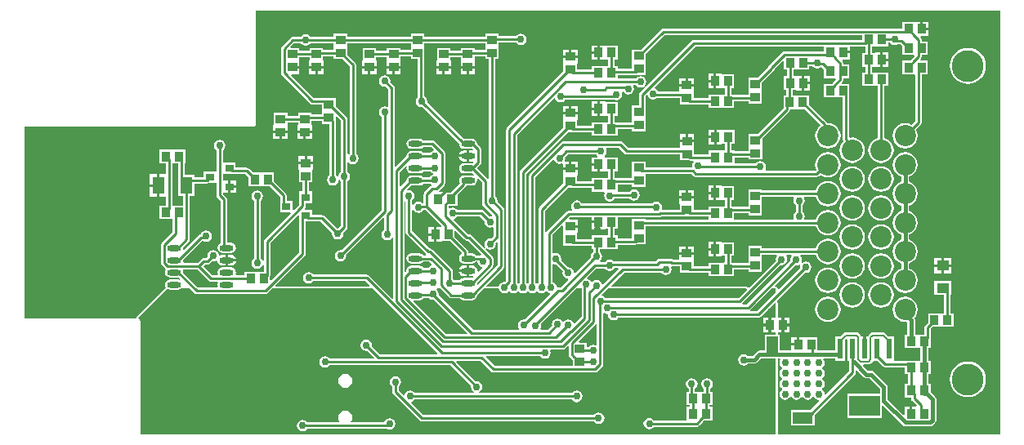
<source format=gbl>
G04*
G04 #@! TF.GenerationSoftware,Altium Limited,Altium Designer,19.0.14 (431)*
G04*
G04 Layer_Physical_Order=2*
G04 Layer_Color=16711680*
%FSLAX25Y25*%
%MOIN*%
G70*
G01*
G75*
%ADD15C,0.01000*%
%ADD17O,0.05709X0.02362*%
%ADD18R,0.03543X0.03937*%
%ADD19R,0.03543X0.03150*%
%ADD20R,0.03937X0.03543*%
%ADD22R,0.05118X0.04331*%
%ADD24R,0.08071X0.04528*%
%ADD25R,0.04528X0.08071*%
%ADD28R,0.02362X0.08268*%
%ADD29R,0.12598X0.08268*%
%ADD58C,0.01500*%
%ADD59C,0.12992*%
%ADD60C,0.08661*%
%ADD61C,0.03000*%
%ADD62R,0.05118X0.07087*%
%ADD63C,0.00800*%
G36*
X127153Y159535D02*
X127153D01*
Y159363D01*
X127153D01*
Y158117D01*
X122847D01*
Y158772D01*
X117310D01*
Y157526D01*
X113005D01*
Y158772D01*
X109757D01*
X109566Y159234D01*
X111112Y160781D01*
X113867D01*
X114090Y160448D01*
X114851Y159940D01*
X115748Y159761D01*
X116646Y159940D01*
X117406Y160448D01*
X117629Y160781D01*
X127153D01*
Y159535D01*
D02*
G37*
G36*
X158649D02*
X158649D01*
Y159363D01*
X158649D01*
Y158117D01*
X154343D01*
Y158772D01*
X148806D01*
Y157526D01*
X144501D01*
Y158772D01*
X138964D01*
Y153657D01*
X138764D01*
Y151386D01*
X144701D01*
Y153657D01*
X144501D01*
Y154875D01*
X148806D01*
Y153657D01*
X148606D01*
Y151386D01*
X151575D01*
X154543D01*
Y153657D01*
X154343D01*
Y155466D01*
X158649D01*
Y154220D01*
X161560D01*
Y138817D01*
X161334Y138666D01*
X160826Y137905D01*
X160647Y137008D01*
X160826Y136110D01*
X161334Y135350D01*
X162095Y134841D01*
X162992Y134663D01*
X163393Y134742D01*
X178317Y119818D01*
X178295Y119705D01*
X178449Y118932D01*
X178887Y118276D01*
X179542Y117839D01*
X180315Y117685D01*
X183661D01*
X183783Y117709D01*
X184151Y117341D01*
X183904Y116880D01*
X183661Y116929D01*
X182488D01*
Y114705D01*
Y112481D01*
X183661D01*
X183904Y112529D01*
X184151Y112068D01*
X183783Y111700D01*
X183661Y111725D01*
X180315D01*
X179542Y111571D01*
X178887Y111133D01*
X178449Y110478D01*
X178295Y109705D01*
X178449Y108932D01*
X178887Y108276D01*
X179542Y107839D01*
X180315Y107685D01*
X183661D01*
X183783Y107709D01*
X184405Y107087D01*
X184159Y106626D01*
X183661Y106725D01*
X180315D01*
X179542Y106571D01*
X178887Y106133D01*
X178449Y105478D01*
X178295Y104705D01*
X178449Y103932D01*
X178640Y103645D01*
X174799Y99804D01*
X172457D01*
Y100004D01*
X170123D01*
X170007Y100180D01*
X169930Y100504D01*
X172241Y102814D01*
X172529Y103244D01*
X172629Y103752D01*
Y115727D01*
X172529Y116234D01*
X172241Y116664D01*
X168263Y120642D01*
X167833Y120929D01*
X167326Y121030D01*
X163702D01*
X163633Y121133D01*
X162978Y121571D01*
X162205Y121725D01*
X158858D01*
X158085Y121571D01*
X157430Y121133D01*
X156992Y120478D01*
X156838Y119705D01*
X156992Y118932D01*
X157430Y118276D01*
X158085Y117839D01*
X158858Y117685D01*
X162205D01*
X162978Y117839D01*
X163633Y118276D01*
X163702Y118379D01*
X166777D01*
X167912Y117244D01*
X167767Y116765D01*
X167606Y116734D01*
X166846Y116225D01*
X166669Y115961D01*
X163748D01*
X163633Y116133D01*
X162978Y116571D01*
X162205Y116725D01*
X158858D01*
X158085Y116571D01*
X157430Y116133D01*
X156992Y115478D01*
X156838Y114705D01*
X156862Y114583D01*
X152521Y110241D01*
X152058Y110433D01*
Y142476D01*
X151958Y142983D01*
X151670Y143413D01*
X150200Y144883D01*
X150278Y145276D01*
X150100Y146173D01*
X149591Y146934D01*
X148830Y147442D01*
X147933Y147621D01*
X147036Y147442D01*
X146275Y146934D01*
X145766Y146173D01*
X145588Y145276D01*
X145766Y144378D01*
X146275Y143617D01*
X147036Y143109D01*
X147933Y142930D01*
X148326Y143009D01*
X149408Y141927D01*
Y134890D01*
X148967Y134654D01*
X148830Y134745D01*
X147933Y134924D01*
X147036Y134745D01*
X146275Y134237D01*
X145766Y133476D01*
X145588Y132579D01*
X145766Y131681D01*
X146275Y130921D01*
X146608Y130698D01*
Y92577D01*
X130314Y76283D01*
X129921Y76361D01*
X129024Y76182D01*
X128263Y75674D01*
X127755Y74913D01*
X127576Y74016D01*
X127755Y73118D01*
X128263Y72357D01*
X129024Y71849D01*
X129921Y71671D01*
X130819Y71849D01*
X131579Y72357D01*
X132088Y73118D01*
X132266Y74016D01*
X132188Y74408D01*
X147263Y89483D01*
X147725Y89292D01*
Y84558D01*
X147392Y84335D01*
X146884Y83575D01*
X146705Y82677D01*
X146884Y81780D01*
X147392Y81019D01*
X148153Y80511D01*
X149050Y80332D01*
X149948Y80511D01*
X150709Y81019D01*
X150952Y81383D01*
X151452Y81231D01*
Y56643D01*
X150990Y56452D01*
X141544Y65898D01*
X141114Y66185D01*
X140606Y66286D01*
X118810D01*
X118587Y66619D01*
X117826Y67127D01*
X116929Y67306D01*
X116032Y67127D01*
X115271Y66619D01*
X114763Y65858D01*
X114584Y64961D01*
X114763Y64063D01*
X115271Y63302D01*
X116032Y62794D01*
X116929Y62616D01*
X117826Y62794D01*
X118587Y63302D01*
X118810Y63635D01*
X140057D01*
X141855Y61838D01*
X141664Y61376D01*
X103569D01*
X103377Y61838D01*
X115414Y73874D01*
X115701Y74304D01*
X115802Y74811D01*
Y87980D01*
X116695D01*
X116823Y87954D01*
X121808D01*
X126473Y83289D01*
X126395Y82896D01*
X126574Y81999D01*
X127082Y81238D01*
X127843Y80730D01*
X128740Y80551D01*
X129638Y80730D01*
X130398Y81238D01*
X130907Y81999D01*
X131085Y82896D01*
X131007Y83289D01*
X132433Y84715D01*
X132721Y85145D01*
X132822Y85652D01*
Y104419D01*
X133154Y104641D01*
X133663Y105402D01*
X133841Y106299D01*
X133663Y107197D01*
X133154Y107957D01*
X132822Y108180D01*
Y111886D01*
X132915Y111915D01*
X133321Y112005D01*
X134048Y111520D01*
X134946Y111341D01*
X135843Y111520D01*
X136604Y112028D01*
X137112Y112789D01*
X137291Y113686D01*
X137112Y114583D01*
X136604Y115344D01*
X136271Y115567D01*
Y151964D01*
X136170Y152471D01*
X135883Y152901D01*
X132690Y156094D01*
Y159363D01*
X132690D01*
Y159535D01*
X132690D01*
Y160781D01*
X158649D01*
Y159535D01*
D02*
G37*
G36*
X188964Y159535D02*
X188964D01*
Y159363D01*
X188964D01*
Y158117D01*
X184658D01*
Y158772D01*
X179121D01*
Y157526D01*
X174816D01*
Y158772D01*
X169279D01*
Y153657D01*
X169079D01*
Y151386D01*
X175016D01*
Y153657D01*
X174816D01*
Y154875D01*
X179121D01*
Y153657D01*
X178921D01*
Y151386D01*
X181890D01*
X184858D01*
Y153657D01*
X184658D01*
Y155466D01*
X188964D01*
Y154220D01*
X190407D01*
Y105467D01*
X189907Y105315D01*
X189869Y105371D01*
X185657Y109583D01*
X185681Y109705D01*
X185657Y109826D01*
X187080Y111249D01*
X187367Y111679D01*
X187468Y112186D01*
X187468Y112186D01*
Y117224D01*
X187468Y117224D01*
X187367Y117731D01*
X187080Y118161D01*
X185657Y119583D01*
X185681Y119705D01*
X185528Y120478D01*
X185090Y121133D01*
X184434Y121571D01*
X183661Y121725D01*
X180315D01*
X180185Y121699D01*
X165261Y136624D01*
X165337Y137008D01*
X165159Y137905D01*
X164650Y138666D01*
X164211Y138959D01*
Y155520D01*
X164186Y155648D01*
Y159363D01*
X164186D01*
Y159535D01*
X164186D01*
Y160781D01*
X188964D01*
Y159535D01*
D02*
G37*
G36*
X127153Y154220D02*
X130815D01*
X133620Y151415D01*
Y115721D01*
X133321Y115495D01*
X132822Y115679D01*
Y129693D01*
X132721Y130200D01*
X132433Y130630D01*
X128641Y134422D01*
X128440Y134557D01*
X127965Y135031D01*
Y138300D01*
X124053D01*
X123925Y138326D01*
X119092D01*
X109766Y147652D01*
X109957Y148114D01*
X113205D01*
Y150386D01*
X110236D01*
Y151386D01*
X113205D01*
Y153657D01*
X113005D01*
Y154875D01*
X117310D01*
Y153657D01*
X117110D01*
Y151386D01*
X120079D01*
X123047D01*
Y153657D01*
X122847D01*
Y155466D01*
X127153D01*
Y154220D01*
D02*
G37*
G36*
X342802Y162062D02*
X274080D01*
X273572Y161961D01*
X273142Y161673D01*
X254479Y143010D01*
X254091Y143329D01*
X254529Y143984D01*
X254707Y144882D01*
X254529Y145779D01*
X254020Y146540D01*
X253260Y147048D01*
X252362Y147227D01*
X251465Y147048D01*
X250704Y146540D01*
X250511Y146251D01*
X243024D01*
Y147698D01*
X250303D01*
X250431Y147724D01*
X254343D01*
Y152539D01*
X254343Y152867D01*
X254343Y153367D01*
Y156307D01*
X262184Y164148D01*
X342802D01*
Y162062D01*
D02*
G37*
G36*
X250704Y143224D02*
X251465Y142715D01*
X252362Y142537D01*
X253260Y142715D01*
X253915Y143153D01*
X254234Y142765D01*
X252106Y140637D01*
X251819Y140207D01*
X251718Y139700D01*
Y135249D01*
X248806D01*
Y130434D01*
X248806Y130105D01*
X248806Y129605D01*
Y128286D01*
X243024D01*
Y128457D01*
X241778D01*
Y131188D01*
X243024D01*
Y136725D01*
X237909D01*
Y136925D01*
X235638D01*
Y133957D01*
Y130988D01*
X237909D01*
Y131188D01*
X239127D01*
Y128811D01*
X238774Y128457D01*
X237881Y128457D01*
X237381Y128457D01*
X232566D01*
Y127022D01*
X226391D01*
Y129512D01*
X226590D01*
Y131783D01*
X223622D01*
X220654D01*
Y129512D01*
X220853D01*
Y126271D01*
X203462Y108880D01*
X203175Y108450D01*
X203074Y107942D01*
Y62904D01*
X202822Y62736D01*
X202499Y62688D01*
X202176Y62736D01*
X201925Y62904D01*
Y123301D01*
X217008Y138385D01*
X217487Y138240D01*
X217518Y138079D01*
X218027Y137318D01*
X218788Y136810D01*
X219685Y136631D01*
X220583Y136810D01*
X221343Y137318D01*
X221536Y137607D01*
X241147D01*
X241502Y137678D01*
X241622Y137597D01*
X242520Y137419D01*
X243417Y137597D01*
X244178Y138106D01*
X244686Y138866D01*
X244865Y139764D01*
X244730Y140440D01*
X245011Y140901D01*
X245089Y140958D01*
X245253Y140966D01*
X245586Y140468D01*
X246347Y139959D01*
X247244Y139781D01*
X248142Y139959D01*
X248902Y140468D01*
X249411Y141229D01*
X249589Y142126D01*
X249411Y143023D01*
X249320Y143159D01*
X249555Y143600D01*
X250452D01*
X250704Y143224D01*
D02*
G37*
G36*
X327054Y157350D02*
X310945D01*
X310437Y157249D01*
X310007Y156962D01*
X304826Y151781D01*
X304539Y151351D01*
X304476Y151036D01*
X300008Y146568D01*
X296346D01*
Y141753D01*
X296346Y141424D01*
X296346Y140924D01*
Y139605D01*
X290564D01*
Y139776D01*
X289318D01*
Y142507D01*
X290564D01*
Y148044D01*
X285449D01*
Y148244D01*
X283177D01*
Y145276D01*
Y142307D01*
X285449D01*
Y142507D01*
X286667D01*
Y140130D01*
X286313Y139776D01*
X285420Y139776D01*
X284921Y139776D01*
X280105D01*
Y138341D01*
X273930D01*
Y140831D01*
X274130D01*
Y143102D01*
X271161D01*
X268193D01*
Y140884D01*
X259661D01*
X259627Y141055D01*
X259119Y141816D01*
X258358Y142324D01*
X258197Y142356D01*
X258052Y142834D01*
X274629Y159411D01*
X327054D01*
Y157350D01*
D02*
G37*
G36*
X310683Y153235D02*
Y149987D01*
X311929D01*
Y147257D01*
X310683D01*
Y141720D01*
X311863D01*
Y139383D01*
X310617D01*
Y135471D01*
X310592Y135343D01*
Y134218D01*
X300107Y123733D01*
X296444D01*
Y118918D01*
X296444Y118590D01*
X296444Y118090D01*
Y116770D01*
X290662D01*
Y116942D01*
X289416D01*
Y119672D01*
X290662D01*
Y125209D01*
X285547D01*
Y125409D01*
X283276D01*
Y122441D01*
Y119472D01*
X285547D01*
Y119672D01*
X286765D01*
Y116942D01*
X285519D01*
Y116942D01*
X285347D01*
Y116942D01*
X280204D01*
Y115507D01*
X274028D01*
Y117996D01*
X274228D01*
Y120268D01*
X271260D01*
X268291D01*
Y118050D01*
X247194D01*
X244971Y120273D01*
X244541Y120560D01*
X244034Y120661D01*
X220887D01*
X220380Y120560D01*
X219950Y120273D01*
X207262Y107584D01*
X206975Y107154D01*
X206874Y106647D01*
Y62904D01*
X206622Y62736D01*
X206299Y62688D01*
X205976Y62736D01*
X205725Y62904D01*
Y107394D01*
X222728Y124397D01*
X224766D01*
X224894Y124371D01*
X232566D01*
Y122921D01*
X237381D01*
X237709Y122921D01*
X238210Y122921D01*
X243024D01*
Y125635D01*
X248806D01*
Y124791D01*
X254343D01*
Y129605D01*
X254343Y129934D01*
X254343Y130434D01*
Y133821D01*
X254369Y133949D01*
Y139151D01*
X254784Y139566D01*
X255262Y139421D01*
X255294Y139260D01*
X255802Y138499D01*
X256563Y137991D01*
X257461Y137812D01*
X258358Y137991D01*
X258721Y138234D01*
X268393D01*
Y135716D01*
X272108D01*
X272236Y135690D01*
X280105D01*
Y134239D01*
X284921D01*
X285249Y134239D01*
X285749Y134239D01*
X290564D01*
Y136954D01*
X296346D01*
Y136109D01*
X301883D01*
Y140924D01*
X301883Y141253D01*
X301883Y141753D01*
Y144693D01*
X306701Y149511D01*
X306988Y149941D01*
X307051Y150256D01*
X310221Y153427D01*
X310683Y153235D01*
D02*
G37*
G36*
X398985Y173980D02*
X398984Y1018D01*
X308796Y1018D01*
X308296Y1018D01*
Y32172D01*
X309166D01*
X309472Y31799D01*
X309530Y31679D01*
X309152Y31114D01*
X308974Y30217D01*
X309152Y29319D01*
X309661Y28558D01*
X309972Y28350D01*
Y27850D01*
X309661Y27643D01*
X309152Y26882D01*
X308974Y25984D01*
X309152Y25087D01*
X309661Y24326D01*
X309972Y24118D01*
Y23618D01*
X309661Y23410D01*
X309152Y22649D01*
X308974Y21752D01*
X309152Y20854D01*
X309661Y20094D01*
X309972Y19886D01*
Y19386D01*
X309661Y19178D01*
X309152Y18417D01*
X308974Y17520D01*
X309152Y16622D01*
X309661Y15861D01*
X310421Y15353D01*
X311319Y15175D01*
X312216Y15353D01*
X312977Y15861D01*
X313323Y16379D01*
X313908D01*
X314254Y15861D01*
X315015Y15353D01*
X315912Y15175D01*
X316810Y15353D01*
X317570Y15861D01*
X317916Y16379D01*
X318501D01*
X318847Y15861D01*
X319608Y15353D01*
X320505Y15175D01*
X321403Y15353D01*
X322164Y15861D01*
X322509Y16379D01*
X323094D01*
X323440Y15861D01*
X324201Y15353D01*
X325028Y15189D01*
X325288Y14741D01*
X321465Y10918D01*
X313668D01*
Y4791D01*
X323339D01*
Y9044D01*
X339638Y25342D01*
X339925Y25772D01*
X340026Y26280D01*
Y27139D01*
X340488Y27330D01*
X343434Y24384D01*
X343947Y24042D01*
X344551Y23921D01*
X345714D01*
X349970Y19666D01*
Y17631D01*
X336602D01*
Y7763D01*
X350800D01*
Y12525D01*
X351262Y12717D01*
X359166Y4813D01*
X359678Y4470D01*
X360283Y4350D01*
X370426D01*
X371030Y4470D01*
X371543Y4813D01*
X372451Y5721D01*
X372794Y6233D01*
X372914Y6838D01*
Y15379D01*
X372794Y15984D01*
X372451Y16497D01*
X370584Y18364D01*
Y21666D01*
X369592D01*
Y25578D01*
X370584D01*
Y31115D01*
X369592D01*
Y36208D01*
X370584D01*
Y40120D01*
X370609Y40248D01*
Y44030D01*
X371448Y44869D01*
X374389D01*
X374717Y44869D01*
X375217Y44869D01*
X380032D01*
Y50406D01*
X378581D01*
Y57861D01*
X378950D01*
Y63792D01*
X372232D01*
Y57861D01*
X375930D01*
Y50760D01*
X375577Y50406D01*
X374889Y50406D01*
X374389Y50406D01*
X369574D01*
Y46744D01*
X368346Y45516D01*
X368059Y45086D01*
X367958Y44579D01*
Y41745D01*
X365769D01*
X365440Y41745D01*
X364940Y41745D01*
X364277D01*
Y47668D01*
X364157Y48273D01*
X363987Y48527D01*
X364718Y49479D01*
X365235Y50728D01*
X365411Y52067D01*
X365235Y53406D01*
X364718Y54654D01*
X363896Y55726D01*
X362824Y56549D01*
X361576Y57066D01*
X360236Y57242D01*
X358897Y57066D01*
X357649Y56549D01*
X356577Y55726D01*
X355755Y54654D01*
X355238Y53406D01*
X355061Y52067D01*
X355238Y50728D01*
X355755Y49479D01*
X356577Y48408D01*
X357649Y47585D01*
X358897Y47068D01*
X360236Y46892D01*
X360740Y46958D01*
X361117Y46629D01*
Y41745D01*
X360125D01*
Y36208D01*
X364940D01*
X365268Y36208D01*
X365769Y36208D01*
X366431D01*
Y31115D01*
X365440D01*
Y31115D01*
X365268D01*
Y31115D01*
X361553D01*
X361425Y31140D01*
X356162D01*
X355682Y31188D01*
Y41056D01*
X353450D01*
X352185Y42321D01*
X351788Y42586D01*
X351320Y42679D01*
X347023D01*
X346554Y42586D01*
X346158Y42321D01*
X345336Y41499D01*
X345070Y41102D01*
X345061Y41056D01*
X344451D01*
Y36122D01*
X342951D01*
Y41056D01*
X342340D01*
X342331Y41102D01*
X342066Y41499D01*
X341244Y42321D01*
X340847Y42586D01*
X340379Y42679D01*
X336082D01*
X335614Y42586D01*
X335217Y42321D01*
X333952Y41056D01*
X331720D01*
Y35340D01*
X324520D01*
Y40564D01*
X319406D01*
Y40764D01*
X317134D01*
Y37795D01*
X316634D01*
Y37295D01*
X313862D01*
Y35340D01*
X309166D01*
Y41843D01*
X308296D01*
Y42701D01*
X309683D01*
Y45669D01*
X310433D01*
D01*
X309683D01*
Y48638D01*
X308296D01*
Y54559D01*
X308262Y54729D01*
X308234Y54871D01*
X308057Y55136D01*
X307981Y55614D01*
X308009Y55740D01*
X319292Y67024D01*
X319685Y66946D01*
X320583Y67125D01*
X321343Y67633D01*
X321852Y68394D01*
X322030Y69291D01*
X321852Y70189D01*
X321343Y70950D01*
X320583Y71458D01*
X319685Y71636D01*
X318788Y71458D01*
X318368Y71177D01*
X318115Y71336D01*
X317963Y71508D01*
X318127Y72338D01*
X317949Y73235D01*
X317529Y73864D01*
X317722Y74363D01*
X323740D01*
X323742Y74350D01*
X324258Y73102D01*
X325081Y72030D01*
X326153Y71207D01*
X327401Y70690D01*
X328740Y70514D01*
X330080Y70690D01*
X331328Y71207D01*
X332399Y72030D01*
X333222Y73102D01*
X333739Y74350D01*
X333915Y75689D01*
X333739Y77028D01*
X333222Y78276D01*
X332399Y79348D01*
X331328Y80171D01*
X330080Y80688D01*
X328740Y80864D01*
X327401Y80688D01*
X326153Y80171D01*
X325081Y79348D01*
X324258Y78276D01*
X323742Y77028D01*
X323740Y77014D01*
X301883D01*
Y77965D01*
X296346D01*
Y73150D01*
X296346Y72822D01*
X296346Y72322D01*
Y71003D01*
X290564D01*
Y71174D01*
X289318D01*
Y73905D01*
X290564D01*
Y79442D01*
X285449D01*
Y79642D01*
X283177D01*
Y76673D01*
Y73705D01*
X285449D01*
Y73905D01*
X286667D01*
Y71528D01*
X286313Y71174D01*
X285420Y71174D01*
X284921Y71174D01*
X280105D01*
Y69739D01*
X273930D01*
Y72228D01*
X274130D01*
Y74500D01*
X271161D01*
X268193D01*
Y72282D01*
X265639D01*
X265254Y72539D01*
X264747Y72640D01*
X260159D01*
X259652Y72539D01*
X259222Y72252D01*
X258610Y71640D01*
X241486D01*
X241422Y71737D01*
X240661Y72245D01*
X239763Y72424D01*
X238866Y72245D01*
X238105Y71737D01*
X237883Y71404D01*
X235972D01*
X235821Y71904D01*
X235910Y71964D01*
X236419Y72725D01*
X236597Y73622D01*
X236419Y74519D01*
X235910Y75280D01*
X235577Y75503D01*
Y76661D01*
X237709D01*
Y76661D01*
X237881D01*
Y76661D01*
X243024D01*
Y78505D01*
X250303D01*
X250431Y78531D01*
X254343D01*
Y83674D01*
X254343D01*
Y83846D01*
X254343D01*
Y86032D01*
X323795D01*
X324258Y84913D01*
X325081Y83841D01*
X326153Y83018D01*
X327401Y82501D01*
X328740Y82325D01*
X330080Y82501D01*
X331328Y83018D01*
X332399Y83841D01*
X333222Y84913D01*
X333739Y86161D01*
X333915Y87500D01*
X333739Y88839D01*
X333222Y90087D01*
X332399Y91159D01*
X331328Y91982D01*
X330080Y92499D01*
X328740Y92675D01*
X327401Y92499D01*
X326153Y91982D01*
X325081Y91159D01*
X324258Y90087D01*
X323742Y88839D01*
X323721Y88683D01*
X319240D01*
X319005Y89124D01*
X319096Y89260D01*
X319274Y90158D01*
X319096Y91055D01*
X318587Y91816D01*
X318255Y92038D01*
Y94576D01*
X318587Y94798D01*
X319096Y95559D01*
X319274Y96457D01*
X319096Y97354D01*
X318968Y97545D01*
X319204Y97986D01*
X323740D01*
X323742Y97972D01*
X324258Y96724D01*
X325081Y95652D01*
X326153Y94829D01*
X327401Y94312D01*
X328740Y94136D01*
X330080Y94312D01*
X331328Y94829D01*
X332399Y95652D01*
X333222Y96724D01*
X333739Y97972D01*
X333915Y99311D01*
X333739Y100650D01*
X333222Y101899D01*
X332399Y102970D01*
X331328Y103793D01*
X330080Y104310D01*
X328740Y104486D01*
X327401Y104310D01*
X326153Y103793D01*
X325081Y102970D01*
X324258Y101899D01*
X323742Y100650D01*
X323740Y100636D01*
X301883D01*
Y100898D01*
X296346D01*
Y95755D01*
X296346D01*
Y95583D01*
X296346D01*
Y93936D01*
X290564D01*
Y94107D01*
X289318D01*
Y96838D01*
X290564D01*
Y102375D01*
X285449D01*
Y102575D01*
X283177D01*
Y99606D01*
Y96638D01*
X285449D01*
Y96838D01*
X286667D01*
Y94107D01*
X285420D01*
Y94107D01*
X285249D01*
Y94107D01*
X280105D01*
Y92672D01*
X273930D01*
Y95161D01*
X274130D01*
Y97433D01*
X271161D01*
X268193D01*
Y95161D01*
X268393D01*
Y92672D01*
X261427D01*
X261079Y93172D01*
X261203Y93799D01*
X261025Y94697D01*
X260517Y95457D01*
X259756Y95966D01*
X258858Y96144D01*
X257961Y95966D01*
X257200Y95457D01*
X257109Y95322D01*
X228292D01*
X227938Y95851D01*
X227177Y96359D01*
X226279Y96538D01*
X225382Y96359D01*
X224621Y95851D01*
X224113Y95090D01*
X223935Y94193D01*
X224113Y93296D01*
X224450Y92791D01*
X224183Y92291D01*
X222985D01*
X222478Y92190D01*
X222048Y91903D01*
X213979Y83834D01*
X213825Y83603D01*
X213325Y83754D01*
Y92257D01*
X222728Y101661D01*
X224766D01*
X224894Y101635D01*
X232566D01*
Y100184D01*
X237539Y100184D01*
X237855Y99802D01*
X237848Y99698D01*
X237597Y99322D01*
X237419Y98425D01*
X237597Y97528D01*
X238106Y96767D01*
X238866Y96258D01*
X239764Y96080D01*
X240661Y96258D01*
X241422Y96767D01*
X241772Y97291D01*
X247865D01*
X247959Y97149D01*
X248720Y96641D01*
X249618Y96463D01*
X250515Y96641D01*
X251276Y97149D01*
X251784Y97910D01*
X251963Y98808D01*
X251784Y99705D01*
X251276Y100466D01*
X250515Y100974D01*
X249618Y101153D01*
X248720Y100974D01*
X247959Y100466D01*
X247609Y99942D01*
X243424D01*
X243024Y100184D01*
Y102899D01*
X248806D01*
Y102054D01*
X254343D01*
X254343Y107198D01*
X254783Y107344D01*
X273042D01*
X273887Y106499D01*
X274317Y106212D01*
X274825Y106111D01*
X324180D01*
X324687Y106212D01*
X325117Y106499D01*
X325647Y107028D01*
X326153Y106640D01*
X327401Y106123D01*
X328740Y105947D01*
X330080Y106123D01*
X331328Y106640D01*
X332399Y107463D01*
X333222Y108535D01*
X333739Y109783D01*
X333915Y111122D01*
X333739Y112461D01*
X333222Y113709D01*
X332399Y114781D01*
X331328Y115604D01*
X330080Y116121D01*
X328740Y116297D01*
X327401Y116121D01*
X326153Y115604D01*
X325081Y114781D01*
X324258Y113709D01*
X323742Y112461D01*
X323565Y111122D01*
X323742Y109783D01*
X324008Y109139D01*
X323631Y108762D01*
X303492D01*
X303257Y109203D01*
X303348Y109339D01*
X303526Y110236D01*
X303348Y111134D01*
X302839Y111894D01*
X302079Y112403D01*
X301181Y112581D01*
X300284Y112403D01*
X299523Y111894D01*
X299432Y111758D01*
X290662D01*
Y114119D01*
X296444D01*
Y113275D01*
X301981D01*
Y118090D01*
X301981Y118418D01*
X301981Y118918D01*
Y121859D01*
X312855Y132732D01*
X313142Y133162D01*
X313243Y133669D01*
Y133846D01*
X315432D01*
X315761Y133846D01*
X316261Y133846D01*
X319201D01*
X325590Y127457D01*
X325557Y126958D01*
X325081Y126592D01*
X324258Y125521D01*
X323742Y124273D01*
X323565Y122933D01*
X323742Y121594D01*
X324258Y120346D01*
X325081Y119274D01*
X326153Y118451D01*
X327401Y117934D01*
X328740Y117758D01*
X330080Y117934D01*
X331328Y118451D01*
X332399Y119274D01*
X333222Y120346D01*
X333739Y121594D01*
X333915Y122933D01*
X333739Y124273D01*
X333222Y125521D01*
X332399Y126592D01*
X331328Y127415D01*
X330080Y127932D01*
X328740Y128108D01*
X328514Y128078D01*
X328499Y128154D01*
X328211Y128584D01*
X321076Y135720D01*
Y139383D01*
X316261D01*
X315932Y139383D01*
X315432Y139383D01*
X314514D01*
Y141720D01*
X315798D01*
Y141520D01*
X318070D01*
Y144488D01*
Y147457D01*
X315798D01*
Y147257D01*
X314580D01*
Y149987D01*
X315826D01*
Y149987D01*
X315998D01*
Y149987D01*
X321141D01*
Y151430D01*
X322529D01*
X322751Y151098D01*
X323512Y150589D01*
X324410Y150411D01*
X325307Y150589D01*
X325993Y151048D01*
X326113D01*
X327054Y150107D01*
Y146444D01*
X331788D01*
X331995Y145944D01*
X330932Y144881D01*
X330645Y144451D01*
X330639Y144423D01*
X330323Y144107D01*
X327054D01*
Y138570D01*
X331869D01*
X332198Y138570D01*
Y138570D01*
X332369D01*
Y138570D01*
X334887D01*
Y121471D01*
X334988Y120964D01*
X335088Y120813D01*
X334923Y120687D01*
X334101Y119615D01*
X333584Y118367D01*
X333408Y117028D01*
X333584Y115688D01*
X334101Y114440D01*
X334923Y113368D01*
X335995Y112546D01*
X337243Y112029D01*
X338583Y111853D01*
X339922Y112029D01*
X341170Y112546D01*
X342242Y113368D01*
X343064Y114440D01*
X343581Y115688D01*
X343758Y117028D01*
X343581Y118367D01*
X343064Y119615D01*
X342242Y120687D01*
X341170Y121509D01*
X339922Y122026D01*
X338583Y122203D01*
X337914Y122115D01*
X337538Y122444D01*
Y140067D01*
X337513Y140195D01*
Y144107D01*
X334560D01*
X334369Y144569D01*
X334607Y144807D01*
X334894Y145237D01*
X334995Y145744D01*
Y146444D01*
X337513D01*
Y151981D01*
X334995D01*
Y152681D01*
X334894Y153188D01*
X334607Y153618D01*
X334569Y153656D01*
X334760Y154118D01*
X337713D01*
Y156587D01*
X334941D01*
Y157587D01*
X337713D01*
Y159411D01*
X344049D01*
Y156705D01*
X342802D01*
Y151169D01*
X344049D01*
Y148831D01*
X342802D01*
Y143295D01*
X347617D01*
X347946Y143295D01*
X348446Y143295D01*
X349068D01*
Y122028D01*
X349054Y122026D01*
X347806Y121509D01*
X346734Y120687D01*
X345912Y119615D01*
X345395Y118367D01*
X345219Y117028D01*
X345395Y115688D01*
X345912Y114440D01*
X346734Y113368D01*
X347806Y112546D01*
X349054Y112029D01*
X350394Y111853D01*
X351733Y112029D01*
X352981Y112546D01*
X354053Y113368D01*
X354875Y114440D01*
X355392Y115688D01*
X355569Y117028D01*
X355392Y118367D01*
X354875Y119615D01*
X354053Y120687D01*
X352981Y121509D01*
X351733Y122026D01*
X351719Y122028D01*
Y143295D01*
X353261D01*
Y148831D01*
X348446D01*
X348117Y148831D01*
X347617Y148831D01*
X346700D01*
Y151169D01*
X347917D01*
Y150969D01*
X350189D01*
Y153937D01*
Y156905D01*
X347917D01*
Y156705D01*
X346700D01*
Y159436D01*
X347946D01*
Y159436D01*
X348117D01*
Y159436D01*
X353261D01*
Y160879D01*
X354025D01*
X354247Y160547D01*
X355008Y160038D01*
X355906Y159860D01*
X356803Y160038D01*
X357489Y160497D01*
X358101D01*
X359043Y159555D01*
Y155893D01*
X363776D01*
X363983Y155393D01*
X362920Y154330D01*
X362633Y153900D01*
X362627Y153872D01*
X362311Y153556D01*
X359043D01*
Y148019D01*
X364186D01*
X364332Y147579D01*
Y128903D01*
X362835Y127406D01*
X362824Y127415D01*
X361576Y127932D01*
X360236Y128108D01*
X358897Y127932D01*
X357649Y127415D01*
X356577Y126592D01*
X355755Y125521D01*
X355238Y124273D01*
X355061Y122933D01*
X355238Y121594D01*
X355755Y120346D01*
X356577Y119274D01*
X357649Y118451D01*
X358897Y117934D01*
X360236Y117758D01*
X361576Y117934D01*
X362824Y118451D01*
X363896Y119274D01*
X364718Y120346D01*
X365235Y121594D01*
X365411Y122933D01*
X365235Y124273D01*
X364718Y125521D01*
X364709Y125532D01*
X366595Y127417D01*
X366882Y127847D01*
X366983Y128354D01*
Y148019D01*
X369501D01*
Y153556D01*
X366548D01*
X366357Y154018D01*
X366595Y154256D01*
X366882Y154686D01*
X366983Y155193D01*
Y155893D01*
X369501D01*
Y161430D01*
X366983D01*
Y162130D01*
X366882Y162637D01*
X366595Y163067D01*
X366557Y163105D01*
X366748Y163567D01*
X369701D01*
Y166035D01*
X366929D01*
Y166535D01*
X366429D01*
Y169504D01*
X364158D01*
Y169304D01*
X359043D01*
Y166799D01*
X261635D01*
X261127Y166698D01*
X260697Y166411D01*
X252469Y158182D01*
X248806D01*
Y153367D01*
X248806Y153039D01*
X248806Y152539D01*
Y150349D01*
X243024D01*
Y151391D01*
X241778D01*
Y154121D01*
X243024D01*
Y159658D01*
X237909D01*
Y159858D01*
X235638D01*
Y156890D01*
Y153921D01*
X237909D01*
Y154121D01*
X239127D01*
Y151391D01*
X237881D01*
Y151391D01*
X237709D01*
Y151391D01*
X232566D01*
Y149955D01*
X226391D01*
Y152445D01*
X226590D01*
Y154717D01*
X223622D01*
X220654D01*
Y152445D01*
X220853D01*
Y149204D01*
X197862Y126213D01*
X197575Y125783D01*
X197474Y125276D01*
Y63815D01*
X196989Y63331D01*
X196799Y63369D01*
X195902Y63190D01*
X195141Y62682D01*
X194633Y61921D01*
X194524Y61376D01*
X189710D01*
X189519Y61838D01*
X196482Y68800D01*
X196769Y69230D01*
X196870Y69737D01*
Y92645D01*
X196769Y93152D01*
X196482Y93582D01*
X193999Y96064D01*
X194077Y96457D01*
X193899Y97354D01*
X193391Y98115D01*
X193058Y98337D01*
Y154220D01*
X194501D01*
Y159363D01*
X194501D01*
Y159535D01*
X194501D01*
Y160879D01*
X201663D01*
X201885Y160547D01*
X202646Y160038D01*
X203543Y159860D01*
X204441Y160038D01*
X205202Y160547D01*
X205710Y161307D01*
X205888Y162205D01*
X205710Y163102D01*
X205202Y163863D01*
X204441Y164371D01*
X203543Y164550D01*
X202646Y164371D01*
X201885Y163863D01*
X201663Y163530D01*
X194501D01*
Y164678D01*
X188964D01*
Y163432D01*
X164186D01*
Y164678D01*
X158649D01*
Y163432D01*
X132690D01*
Y164678D01*
X127153D01*
Y163432D01*
X117629D01*
X117406Y163765D01*
X116646Y164273D01*
X115748Y164451D01*
X114851Y164273D01*
X114090Y163765D01*
X113867Y163432D01*
X110563D01*
X110563Y163432D01*
X110056Y163331D01*
X109626Y163044D01*
X106030Y159448D01*
X105743Y159018D01*
X105642Y158511D01*
Y148576D01*
X105743Y148068D01*
X106030Y147638D01*
X117606Y136063D01*
X118036Y135775D01*
X118543Y135675D01*
X122428D01*
Y133485D01*
X122428Y133157D01*
X122428D01*
Y132985D01*
X122428D01*
Y131739D01*
X118123D01*
Y132395D01*
X112586D01*
Y131148D01*
X108280D01*
Y132395D01*
X102743D01*
Y127279D01*
X102543D01*
Y125008D01*
X108480D01*
Y127279D01*
X108280D01*
Y128497D01*
X112586D01*
Y127279D01*
X112386D01*
Y125008D01*
X115354D01*
X118323D01*
Y127279D01*
X118123D01*
Y129088D01*
X122428D01*
Y127842D01*
X125340D01*
Y106721D01*
X125113Y106570D01*
X124605Y105809D01*
X124427Y104911D01*
X124605Y104014D01*
X125113Y103253D01*
X125874Y102745D01*
X126772Y102566D01*
X127669Y102745D01*
X128430Y103253D01*
X128938Y104014D01*
X129103Y104841D01*
X129319Y104945D01*
X129604Y104991D01*
X129838Y104641D01*
X130171Y104419D01*
Y86201D01*
X129133Y85163D01*
X128740Y85241D01*
X128348Y85163D01*
X123294Y90217D01*
X122864Y90504D01*
X122357Y90605D01*
X118320D01*
Y92729D01*
X115466D01*
X115274Y93191D01*
X115414Y93330D01*
X115701Y93760D01*
X115802Y94268D01*
Y95460D01*
X118320D01*
Y100209D01*
X117074D01*
Y103953D01*
X118517D01*
Y109068D01*
X118717D01*
Y111339D01*
X115748D01*
X112779D01*
Y109068D01*
X112979D01*
Y103953D01*
X114423D01*
Y100209D01*
X113176D01*
Y96888D01*
X113151Y96760D01*
Y94817D01*
X110908Y92573D01*
X110446Y92765D01*
Y96469D01*
X107928D01*
Y98614D01*
X107827Y99121D01*
X107540Y99551D01*
X102867Y104224D01*
Y107887D01*
X98052D01*
X97724Y107887D01*
X97224Y107887D01*
X94283D01*
X92662Y109508D01*
X92232Y109795D01*
X91724Y109896D01*
X87217D01*
Y112021D01*
X82074Y112021D01*
X82034Y112504D01*
Y117017D01*
X82367Y117239D01*
X82875Y118000D01*
X83054Y118898D01*
X82875Y119795D01*
X82367Y120556D01*
X81606Y121064D01*
X80709Y121243D01*
X79811Y121064D01*
X79050Y120556D01*
X78542Y119795D01*
X78364Y118898D01*
X78542Y118000D01*
X79050Y117239D01*
X79383Y117017D01*
Y108764D01*
X79343Y108280D01*
X78883Y108280D01*
X74200D01*
Y106156D01*
X70485D01*
Y107006D01*
X66392D01*
Y111705D01*
X66646D01*
Y117242D01*
X61831D01*
X61503Y117242D01*
X61003Y117242D01*
X56188D01*
Y111705D01*
X58706D01*
Y107206D01*
X56209D01*
Y102662D01*
Y98119D01*
X58706D01*
Y94407D01*
X56188D01*
Y88870D01*
X61331Y88870D01*
X61478Y88431D01*
Y83638D01*
X57015Y79176D01*
X56727Y78746D01*
X56626Y78238D01*
Y71157D01*
X56727Y70650D01*
X57015Y70220D01*
X58468Y68767D01*
X58494Y68749D01*
X58635Y68061D01*
X58567Y67958D01*
X58413Y67185D01*
X58567Y66412D01*
X59005Y65757D01*
X59660Y65319D01*
X60433Y65165D01*
X63779D01*
X63901Y65189D01*
X64523Y64567D01*
X64277Y64106D01*
X63779Y64205D01*
X60433D01*
X59660Y64051D01*
X59005Y63613D01*
X58567Y62958D01*
X58413Y62185D01*
X58567Y61412D01*
X58772Y61106D01*
X58770Y61105D01*
X46955Y49290D01*
X46912Y49225D01*
X46857Y49171D01*
X46824Y49094D01*
X46778Y49025D01*
X46763Y48949D01*
X46733Y48878D01*
X46733Y48795D01*
X46716Y48713D01*
X46427Y48261D01*
X1020Y48262D01*
X1021Y126739D01*
X94487D01*
X94671Y126776D01*
X94877Y126817D01*
X94877Y126817D01*
X94877Y126817D01*
X95030Y126920D01*
X95208Y127038D01*
X95208Y127038D01*
X95208Y127038D01*
X95326Y127215D01*
X95429Y127369D01*
X95429Y127369D01*
X95429Y127369D01*
X95469Y127574D01*
X95506Y127759D01*
X95511Y173982D01*
X352760D01*
X398985Y173980D01*
D02*
G37*
G36*
X234562Y114877D02*
X234844Y114689D01*
X234692Y114189D01*
X232366D01*
Y111721D01*
X235138D01*
Y111221D01*
X235638D01*
Y108252D01*
X237909D01*
Y108452D01*
X239127D01*
Y106075D01*
X238774Y105721D01*
X237881Y105721D01*
X237381Y105721D01*
X232566D01*
Y104286D01*
X226391D01*
Y106776D01*
X226590D01*
Y109047D01*
X223622D01*
X220654D01*
Y106776D01*
X220853D01*
Y103535D01*
X211062Y93744D01*
X210775Y93313D01*
X210674Y92806D01*
Y62904D01*
X210422Y62736D01*
X210099Y62688D01*
X209776Y62736D01*
X209525Y62904D01*
Y106098D01*
X216614Y113188D01*
X217093Y113043D01*
X217125Y112882D01*
X217633Y112121D01*
X218394Y111613D01*
X219291Y111434D01*
X220153Y111606D01*
X220266Y111601D01*
X220654Y111393D01*
Y110047D01*
X223122D01*
Y112319D01*
X221612D01*
X221376Y112760D01*
X221458Y112882D01*
X221636Y113779D01*
X221558Y114172D01*
X222596Y115210D01*
X234340D01*
X234562Y114877D01*
D02*
G37*
G36*
X245708Y115787D02*
X246138Y115500D01*
X246645Y115399D01*
X268491D01*
Y112881D01*
X272403D01*
X272532Y112856D01*
X273882D01*
X274033Y112356D01*
X273932Y112288D01*
X273424Y111527D01*
X273246Y110630D01*
X273295Y110381D01*
X272978Y109995D01*
X254343D01*
Y112513D01*
X248806D01*
Y107698D01*
X248806Y107369D01*
X248806Y106869D01*
Y105550D01*
X243024D01*
Y105721D01*
X241778D01*
Y108452D01*
X243024D01*
Y113989D01*
X237909D01*
Y114189D01*
X237749D01*
X237597Y114689D01*
X237879Y114877D01*
X238387Y115638D01*
X238565Y116535D01*
X238387Y117433D01*
X238296Y117569D01*
X238532Y118010D01*
X243485D01*
X245708Y115787D01*
D02*
G37*
G36*
X130171Y129144D02*
Y108180D01*
X129838Y107957D01*
X129330Y107197D01*
X129165Y106369D01*
X128949Y106266D01*
X128664Y106219D01*
X128430Y106570D01*
X127991Y106863D01*
Y129142D01*
X127965Y129270D01*
Y130696D01*
X128427Y130887D01*
X130171Y129144D01*
D02*
G37*
G36*
X156937Y110202D02*
X156838Y109705D01*
X156992Y108932D01*
X157430Y108276D01*
X158085Y107839D01*
X158858Y107685D01*
X162205D01*
X162978Y107839D01*
X163633Y108276D01*
X163748Y108448D01*
X166669D01*
X166846Y108184D01*
X167606Y107676D01*
X167828Y107632D01*
Y107122D01*
X167606Y107078D01*
X166846Y106570D01*
X166554Y106133D01*
X163632D01*
X162978Y106571D01*
X162205Y106725D01*
X158858D01*
X158085Y106571D01*
X157430Y106133D01*
X156992Y105478D01*
X156838Y104705D01*
X156862Y104583D01*
X154565Y102286D01*
X154103Y102477D01*
Y108075D01*
X156476Y110449D01*
X156937Y110202D01*
D02*
G37*
G36*
X166846Y103253D02*
X167072Y103102D01*
X167042Y102774D01*
X166987Y102558D01*
X166594Y102295D01*
X164200Y99901D01*
X163912Y99471D01*
X163812Y98964D01*
Y95686D01*
X163797Y95672D01*
X163312Y95464D01*
X162708Y95867D01*
X161811Y96046D01*
X160914Y95867D01*
X160153Y95359D01*
X159670Y94636D01*
X159634Y94632D01*
X159170Y94942D01*
Y96545D01*
X159503Y96767D01*
X160011Y97528D01*
X160190Y98425D01*
X160011Y99323D01*
X159503Y100083D01*
X158742Y100592D01*
X157844Y100770D01*
X157421Y100686D01*
X157175Y101147D01*
X158737Y102709D01*
X158858Y102685D01*
X162205D01*
X162978Y102839D01*
X163633Y103276D01*
X163771Y103483D01*
X166692D01*
X166846Y103253D01*
D02*
G37*
G36*
X63741Y104721D02*
X63767Y104593D01*
Y98319D01*
X65821D01*
Y94407D01*
X61503Y94407D01*
X61357Y94847D01*
Y111266D01*
X61503Y111705D01*
X61857Y111705D01*
X63741D01*
Y104721D01*
D02*
G37*
G36*
X314890Y97545D02*
X314763Y97354D01*
X314584Y96457D01*
X314763Y95559D01*
X315271Y94798D01*
X315604Y94576D01*
Y92038D01*
X315271Y91816D01*
X314763Y91055D01*
X314584Y90158D01*
X314763Y89260D01*
X314854Y89124D01*
X314618Y88683D01*
X290564D01*
Y91285D01*
X296346D01*
Y90440D01*
X301883D01*
Y95583D01*
X301883D01*
Y95755D01*
X301883D01*
Y97986D01*
X314654D01*
X314890Y97545D01*
D02*
G37*
G36*
X187607Y103885D02*
Y95297D01*
X187708Y94790D01*
X187995Y94360D01*
X191893Y90461D01*
X191647Y90000D01*
X190945Y90140D01*
X190552Y90062D01*
X188338Y92276D01*
X187908Y92563D01*
X187401Y92664D01*
X177471D01*
X177249Y92997D01*
X176488Y93505D01*
X175591Y93684D01*
X174693Y93505D01*
X174557Y93414D01*
X174116Y93650D01*
Y94267D01*
X177572D01*
Y98827D01*
X180992Y102247D01*
X181279Y102677D01*
X181280Y102685D01*
X183661D01*
X184434Y102839D01*
X185090Y103276D01*
X185528Y103932D01*
X185681Y104705D01*
X185582Y105202D01*
X186043Y105448D01*
X187607Y103885D01*
D02*
G37*
G36*
X272433Y90021D02*
X280105D01*
Y88683D01*
X254343D01*
Y88989D01*
X248806D01*
Y83846D01*
X248806D01*
Y83674D01*
X248806D01*
Y81156D01*
X243024D01*
Y82198D01*
X241778D01*
Y84928D01*
X243024D01*
Y89640D01*
X259984D01*
X260491Y89741D01*
X260911Y90021D01*
X269890D01*
X270018Y90047D01*
X272305D01*
X272433Y90021D01*
D02*
G37*
G36*
X232366Y88197D02*
X235138D01*
Y87697D01*
X235638D01*
Y84728D01*
X237909D01*
Y84928D01*
X239127D01*
Y82198D01*
X237881D01*
Y82198D01*
X237709D01*
Y82198D01*
X232566D01*
Y80762D01*
X226391D01*
Y83252D01*
X226590D01*
Y85524D01*
X223622D01*
Y86524D01*
X226590D01*
Y88795D01*
X223343D01*
X223151Y89257D01*
X223534Y89640D01*
X232366D01*
Y88197D01*
D02*
G37*
G36*
X188678Y88188D02*
X188599Y87795D01*
X188778Y86898D01*
X189286Y86137D01*
X190047Y85628D01*
X190945Y85450D01*
X191842Y85628D01*
X191978Y85720D01*
X192419Y85484D01*
Y82089D01*
X191337Y81007D01*
X190945Y81085D01*
X190048Y80907D01*
X189287Y80398D01*
X188778Y79638D01*
X188600Y78740D01*
X188778Y77843D01*
X189213Y77192D01*
X188825Y76873D01*
X183265Y82433D01*
X182835Y82721D01*
X182327Y82822D01*
X182022D01*
X176182Y88662D01*
X176327Y89140D01*
X176488Y89172D01*
X177249Y89680D01*
X177471Y90013D01*
X186852D01*
X188678Y88188D01*
D02*
G37*
G36*
X194219Y79487D02*
Y70286D01*
X186043Y62111D01*
X185582Y62357D01*
X185681Y62854D01*
X185657Y62976D01*
X191947Y69266D01*
X192235Y69696D01*
X192336Y70203D01*
Y72813D01*
X192235Y73321D01*
X191947Y73751D01*
X189078Y76620D01*
X189397Y77008D01*
X190048Y76574D01*
X190945Y76395D01*
X191842Y76574D01*
X192603Y77082D01*
X193111Y77843D01*
X193290Y78740D01*
X193212Y79133D01*
X193757Y79678D01*
X194219Y79487D01*
D02*
G37*
G36*
X85720Y107245D02*
X91175D01*
X92409Y106012D01*
Y102350D01*
X97224D01*
X97552Y102350D01*
X98052Y102350D01*
X100992D01*
X105277Y98065D01*
Y95169D01*
X105302Y95041D01*
Y91720D01*
X109401D01*
X109592Y91258D01*
X98988Y80654D01*
X98701Y80224D01*
X98600Y79716D01*
Y72039D01*
X98572Y72028D01*
X98100Y71956D01*
X97654Y72623D01*
X97322Y72845D01*
Y96379D01*
X97654Y96602D01*
X98163Y97363D01*
X98341Y98260D01*
X98163Y99157D01*
X97654Y99918D01*
X96894Y100426D01*
X95996Y100605D01*
X95099Y100426D01*
X94338Y99918D01*
X93830Y99157D01*
X93651Y98260D01*
X93830Y97363D01*
X94338Y96602D01*
X94671Y96379D01*
Y72845D01*
X94338Y72623D01*
X93830Y71862D01*
X93651Y70965D01*
X93830Y70067D01*
X94338Y69306D01*
X95099Y68798D01*
X95996Y68620D01*
X96894Y68798D01*
X97654Y69306D01*
X98100Y69973D01*
X98572Y69901D01*
X98600Y69890D01*
Y67335D01*
X96082D01*
Y67335D01*
X95910D01*
Y67335D01*
X90767D01*
Y66029D01*
X87402D01*
X87126Y66529D01*
X87256Y67185D01*
X87102Y67958D01*
X86664Y68613D01*
X86009Y69051D01*
X85236Y69205D01*
X81890D01*
X81117Y69051D01*
X80462Y68613D01*
X80024Y67958D01*
X79870Y67185D01*
X80000Y66529D01*
X79724Y66029D01*
X77776D01*
X74101Y69704D01*
X74740Y70343D01*
X75605D01*
X76113Y70444D01*
X76543Y70731D01*
X77560Y71749D01*
X77953Y71671D01*
X78850Y71849D01*
X79179Y72069D01*
X79735Y71839D01*
X79835Y71334D01*
X80317Y70613D01*
X81039Y70130D01*
X81890Y69961D01*
X83063D01*
Y72185D01*
Y74409D01*
X81890D01*
X81039Y74240D01*
X80779Y74066D01*
X80240Y74307D01*
X80119Y74913D01*
X79611Y75674D01*
X78850Y76182D01*
X77953Y76361D01*
X77055Y76182D01*
X76295Y75674D01*
X75786Y74913D01*
X75608Y74016D01*
X75686Y73623D01*
X75056Y72994D01*
X74191D01*
X73684Y72893D01*
X73254Y72606D01*
X71678Y71029D01*
X65946D01*
X65669Y71529D01*
X65799Y72185D01*
X65775Y72306D01*
X73636Y80167D01*
X74299Y79723D01*
X75197Y79545D01*
X76094Y79723D01*
X76855Y80232D01*
X77363Y80992D01*
X77542Y81890D01*
X77363Y82787D01*
X76855Y83548D01*
X76094Y84056D01*
X75197Y84235D01*
X74299Y84056D01*
X73539Y83548D01*
X73054Y82823D01*
X72594Y82732D01*
X72164Y82444D01*
X66161Y76441D01*
X65701Y76688D01*
X65799Y77185D01*
X65775Y77306D01*
X68084Y79615D01*
X68371Y80045D01*
X68472Y80552D01*
Y98319D01*
X70485D01*
Y103505D01*
X75697D01*
X75825Y103531D01*
X79343Y103531D01*
X79383Y103047D01*
Y98546D01*
X79484Y98038D01*
X79771Y97608D01*
X81064Y96315D01*
Y79016D01*
X80462Y78613D01*
X80024Y77958D01*
X79870Y77185D01*
X80024Y76412D01*
X80462Y75757D01*
X81117Y75319D01*
X81890Y75165D01*
X85236D01*
X86009Y75319D01*
X86664Y75757D01*
X87102Y76412D01*
X87256Y77185D01*
X87102Y77958D01*
X86664Y78613D01*
X86009Y79051D01*
X85236Y79205D01*
X83715D01*
Y96864D01*
X83614Y97372D01*
X83327Y97802D01*
X82038Y99091D01*
X82044Y99591D01*
X84146D01*
Y102165D01*
Y104740D01*
X82034D01*
Y106787D01*
X82074Y107271D01*
X82534Y107271D01*
X85592D01*
X85720Y107245D01*
D02*
G37*
G36*
X156519Y96119D02*
Y83494D01*
X156620Y82986D01*
X156907Y82556D01*
X164784Y74680D01*
X164768Y74524D01*
X164614Y74180D01*
X163702D01*
X163633Y74283D01*
X162978Y74721D01*
X162205Y74874D01*
X158858D01*
X158085Y74721D01*
X157430Y74283D01*
X156992Y73627D01*
X156838Y72854D01*
X156992Y72081D01*
X157430Y71426D01*
X158085Y70988D01*
X158858Y70834D01*
X162205D01*
X162978Y70988D01*
X163633Y71426D01*
X163702Y71529D01*
X166127D01*
X167125Y70531D01*
X166980Y70053D01*
X166819Y70021D01*
X166058Y69512D01*
X165836Y69180D01*
X163702D01*
X163633Y69283D01*
X162978Y69721D01*
X162205Y69874D01*
X158858D01*
X158085Y69721D01*
X157430Y69283D01*
X156992Y68627D01*
X156838Y67854D01*
X156862Y67733D01*
X156365Y67235D01*
X155903Y67427D01*
Y95907D01*
X156403Y96189D01*
X156519Y96119D01*
D02*
G37*
G36*
X180536Y80559D02*
X180966Y80272D01*
X181473Y80171D01*
X181778D01*
X187271Y74678D01*
X187141Y74101D01*
X187012Y74054D01*
X186975Y74079D01*
X186468Y74180D01*
X185158D01*
X185090Y74283D01*
X184434Y74721D01*
X183661Y74874D01*
X182140D01*
Y75583D01*
X182039Y76090D01*
X181752Y76520D01*
X176489Y81783D01*
Y83953D01*
X176951Y84144D01*
X180536Y80559D01*
D02*
G37*
G36*
X314036Y73864D02*
X313616Y73235D01*
X313437Y72338D01*
X313515Y71945D01*
X295696Y54125D01*
X294091D01*
X293966Y54326D01*
X293901Y54625D01*
X309450Y70174D01*
X309842Y70096D01*
X310740Y70274D01*
X311501Y70783D01*
X312009Y71544D01*
X312188Y72441D01*
X312009Y73338D01*
X311658Y73864D01*
X311926Y74363D01*
X313843D01*
X314036Y73864D01*
D02*
G37*
G36*
X317352Y70293D02*
X317505Y70121D01*
X317340Y69291D01*
X317418Y68899D01*
X308758Y60239D01*
X308296Y60430D01*
Y60560D01*
X308234Y60872D01*
X308057Y61137D01*
X307792Y61313D01*
X307480Y61376D01*
X307348D01*
X307157Y61838D01*
X315390Y70071D01*
X315782Y69993D01*
X316680Y70171D01*
X317100Y70452D01*
X317352Y70293D01*
D02*
G37*
G36*
X243283Y68527D02*
X236967Y62211D01*
X236489Y62356D01*
X236419Y62708D01*
X235910Y63469D01*
X235149Y63978D01*
X234252Y64156D01*
X233355Y63978D01*
X232594Y63469D01*
X232510Y63344D01*
X231917Y63357D01*
X231579Y63863D01*
X230818Y64371D01*
X230658Y64403D01*
X230512Y64882D01*
X234384Y68753D01*
X237883D01*
X238105Y68420D01*
X238866Y67912D01*
X239763Y67734D01*
X240661Y67912D01*
X241422Y68420D01*
X241801Y68989D01*
X243092D01*
X243283Y68527D01*
D02*
G37*
G36*
X308027Y73864D02*
X307676Y73338D01*
X307498Y72441D01*
X307575Y72048D01*
X296615Y61088D01*
X296489Y61060D01*
X296010Y61137D01*
X295746Y61313D01*
X295434Y61376D01*
X240534D01*
X240343Y61838D01*
X245585Y67080D01*
X260718D01*
X260940Y66747D01*
X261701Y66239D01*
X262598Y66061D01*
X263496Y66239D01*
X264257Y66747D01*
X264765Y67508D01*
X264944Y68405D01*
X264789Y69184D01*
X265030Y69531D01*
X265147Y69631D01*
X268393D01*
Y67113D01*
X272305D01*
X272433Y67088D01*
X280105D01*
Y65637D01*
X284921D01*
X285249Y65637D01*
X285749Y65637D01*
X290564D01*
Y68352D01*
X296346D01*
Y67507D01*
X301883D01*
Y72322D01*
X301883Y72650D01*
X301883Y73150D01*
Y74363D01*
X307760D01*
X308027Y73864D01*
D02*
G37*
G36*
X159670Y92765D02*
X160153Y92043D01*
X160914Y91534D01*
X161811Y91356D01*
X162708Y91534D01*
X163469Y92043D01*
X163858Y92624D01*
X164588D01*
X171067Y86146D01*
X170859Y85646D01*
X169102D01*
Y82677D01*
Y79709D01*
X171374D01*
Y79909D01*
X174615D01*
X179387Y75136D01*
X179349Y74592D01*
X178887Y74283D01*
X178449Y73627D01*
X178295Y72854D01*
X178449Y72081D01*
X178887Y71426D01*
X179542Y70988D01*
X180315Y70834D01*
X183661D01*
X184434Y70988D01*
X185090Y71426D01*
X185158Y71529D01*
X185890D01*
X186044Y70756D01*
X186552Y69995D01*
X187313Y69487D01*
X187646Y69421D01*
X187811Y68878D01*
X186298Y67365D01*
X185837Y67611D01*
X185885Y67854D01*
X185716Y68705D01*
X185234Y69427D01*
X184512Y69909D01*
X183661Y70078D01*
X182488D01*
Y67854D01*
Y65631D01*
X183661D01*
X183904Y65679D01*
X184151Y65218D01*
X183783Y64850D01*
X183661Y64874D01*
X180315D01*
X179542Y64720D01*
X178887Y64283D01*
X178733Y64052D01*
X176205D01*
X176068Y64257D01*
X175735Y64479D01*
Y67667D01*
X175634Y68174D01*
X175347Y68604D01*
X167433Y76517D01*
X167003Y76805D01*
X166496Y76906D01*
X166307D01*
X159170Y84043D01*
Y92460D01*
X159634Y92769D01*
X159670Y92765D01*
D02*
G37*
G36*
X220654Y86106D02*
Y83252D01*
X220853D01*
Y78137D01*
X224766D01*
X224894Y78111D01*
X232566D01*
Y76661D01*
X232927D01*
Y75503D01*
X232594Y75280D01*
X232085Y74519D01*
X231907Y73622D01*
X231985Y73230D01*
X225642Y66886D01*
X225146Y67098D01*
X225001Y67826D01*
X224492Y68587D01*
X223732Y69096D01*
X222834Y69274D01*
X222770Y69261D01*
X219918Y72114D01*
X220061Y72834D01*
X219883Y73732D01*
X219374Y74493D01*
X218614Y75001D01*
X217716Y75180D01*
X216819Y75001D01*
X216683Y74910D01*
X216242Y75146D01*
Y82347D01*
X220192Y86297D01*
X220654Y86106D01*
D02*
G37*
G36*
X113176Y90440D02*
Y89408D01*
X113151Y89280D01*
Y75360D01*
X101687Y63896D01*
X101225Y64088D01*
Y65711D01*
X101251Y65839D01*
Y79167D01*
X112714Y90631D01*
X113176Y90440D01*
D02*
G37*
G36*
X76289Y63767D02*
X76719Y63479D01*
X77227Y63379D01*
X79769D01*
X80008Y62879D01*
X79870Y62185D01*
X80000Y61529D01*
X79724Y61029D01*
X71810D01*
X65775Y67064D01*
X65799Y67185D01*
X65662Y67879D01*
X65900Y68379D01*
X71678D01*
X76289Y63767D01*
D02*
G37*
G36*
X216819Y70668D02*
X217716Y70489D01*
X217780Y70502D01*
X220633Y67650D01*
X220489Y66929D01*
X220668Y66032D01*
X221176Y65271D01*
X221937Y64763D01*
X222666Y64617D01*
X222877Y64121D01*
X219727Y60971D01*
X218701D01*
X218629Y60957D01*
X218586Y60963D01*
X218079Y61350D01*
X217966Y61921D01*
X217457Y62682D01*
X216697Y63190D01*
X216242Y63281D01*
Y70523D01*
X216683Y70759D01*
X216819Y70668D01*
D02*
G37*
G36*
X169495Y34198D02*
X169304Y33736D01*
X146091D01*
X142818Y37009D01*
X142896Y37402D01*
X142718Y38299D01*
X142209Y39060D01*
X141449Y39568D01*
X140551Y39747D01*
X139654Y39568D01*
X138893Y39060D01*
X138385Y38299D01*
X138206Y37402D01*
X138385Y36504D01*
X138893Y35743D01*
X139654Y35235D01*
X140551Y35056D01*
X140944Y35135D01*
X143681Y32398D01*
X143489Y31936D01*
X125503D01*
X125280Y32269D01*
X124520Y32777D01*
X123622Y32955D01*
X122725Y32777D01*
X121964Y32269D01*
X121456Y31508D01*
X121277Y30610D01*
X121456Y29713D01*
X121964Y28952D01*
X122725Y28444D01*
X123622Y28265D01*
X124520Y28444D01*
X125280Y28952D01*
X125503Y29285D01*
X174746D01*
X183166Y20865D01*
X183088Y20472D01*
X183266Y19575D01*
X183775Y18814D01*
X184453Y18361D01*
X184417Y17987D01*
X184370Y17861D01*
X160148D01*
X159926Y18194D01*
X159165Y18702D01*
X158268Y18880D01*
X157370Y18702D01*
X156609Y18194D01*
X156101Y17433D01*
X156069Y17272D01*
X155591Y17127D01*
X153688Y19030D01*
Y20580D01*
X154020Y20802D01*
X154529Y21563D01*
X154707Y22461D01*
X154529Y23358D01*
X154020Y24119D01*
X153260Y24627D01*
X152362Y24806D01*
X151465Y24627D01*
X150704Y24119D01*
X150196Y23358D01*
X150017Y22461D01*
X150196Y21563D01*
X150704Y20802D01*
X151037Y20580D01*
Y18481D01*
X151138Y17974D01*
X151425Y17544D01*
X162229Y6740D01*
X162659Y6453D01*
X163166Y6352D01*
X233346D01*
X233568Y6019D01*
X234329Y5511D01*
X235226Y5332D01*
X236123Y5511D01*
X236884Y6019D01*
X237393Y6780D01*
X237571Y7677D01*
X237393Y8575D01*
X236884Y9335D01*
X236123Y9844D01*
X235226Y10022D01*
X234329Y9844D01*
X233568Y9335D01*
X233346Y9003D01*
X163715D01*
X158859Y13859D01*
X159004Y14337D01*
X159165Y14369D01*
X159926Y14877D01*
X160148Y15210D01*
X224407D01*
X224629Y14877D01*
X225390Y14369D01*
X226287Y14190D01*
X227185Y14369D01*
X227946Y14877D01*
X228454Y15638D01*
X228632Y16535D01*
X228454Y17433D01*
X227946Y18194D01*
X227185Y18702D01*
X226287Y18880D01*
X225390Y18702D01*
X224629Y18194D01*
X224407Y17861D01*
X186496D01*
X186449Y17987D01*
X186413Y18361D01*
X187091Y18814D01*
X187600Y19575D01*
X187778Y20472D01*
X187600Y21370D01*
X187091Y22131D01*
X186330Y22639D01*
X185433Y22817D01*
X185041Y22739D01*
X177157Y30623D01*
X177348Y31085D01*
X186987D01*
X191471Y26601D01*
X191901Y26314D01*
X192408Y26213D01*
X233861D01*
X234368Y26314D01*
X234798Y26601D01*
X236808Y28612D01*
X237095Y29042D01*
X237196Y29549D01*
Y41990D01*
X237177Y42087D01*
Y50376D01*
X237618Y50611D01*
X237754Y50520D01*
X238556Y50361D01*
X238818Y50166D01*
X239013Y49904D01*
X239172Y49103D01*
X239680Y48342D01*
X240441Y47833D01*
X241339Y47655D01*
X242236Y47833D01*
X242997Y48342D01*
X243219Y48674D01*
X300394D01*
X300901Y48775D01*
X301331Y49063D01*
X307018Y54750D01*
X307480Y54559D01*
Y48638D01*
X305868D01*
Y45669D01*
X305118D01*
D01*
X305868D01*
Y42701D01*
X307480D01*
Y41843D01*
X303039D01*
Y35303D01*
X300854D01*
X300250Y35182D01*
X299737Y34840D01*
X297973Y33076D01*
X296198D01*
X296146Y33154D01*
X295386Y33663D01*
X294488Y33841D01*
X293591Y33663D01*
X292830Y33154D01*
X292322Y32394D01*
X292143Y31496D01*
X292322Y30599D01*
X292830Y29838D01*
X293591Y29329D01*
X294488Y29151D01*
X295386Y29329D01*
X296146Y29838D01*
X296198Y29916D01*
X298628D01*
X299233Y30036D01*
X299746Y30379D01*
X301509Y32142D01*
X306065D01*
X306218Y32172D01*
X307480D01*
Y1018D01*
X48264Y1020D01*
X48263Y47241D01*
X48185Y47631D01*
X48185Y47631D01*
X47964Y47962D01*
X47964Y47962D01*
X47679Y48153D01*
X47622Y48242D01*
X47532Y48713D01*
X59347Y60528D01*
X59660Y60319D01*
X60433Y60165D01*
X63779D01*
X64552Y60319D01*
X64913Y60560D01*
X68530D01*
X70323Y58767D01*
X70753Y58479D01*
X71261Y58378D01*
X99369D01*
X99876Y58479D01*
X100306Y58767D01*
X102100Y60560D01*
X143133D01*
X169495Y34198D01*
D02*
G37*
G36*
X295625Y60098D02*
X292340Y56813D01*
X237770D01*
X237623Y57032D01*
X236862Y57541D01*
X236701Y57573D01*
X236556Y58051D01*
X239065Y60560D01*
X295434D01*
X295625Y60098D01*
D02*
G37*
G36*
X194633Y60126D02*
X195141Y59365D01*
X195902Y58857D01*
X196799Y58679D01*
X197697Y58857D01*
X198457Y59365D01*
X198941D01*
X199702Y58857D01*
X200599Y58679D01*
X201497Y58857D01*
X202257Y59365D01*
X202741D01*
X203502Y58857D01*
X204399Y58679D01*
X205297Y58857D01*
X206057Y59365D01*
X206541D01*
X207302Y58857D01*
X208199Y58679D01*
X209097Y58857D01*
X209857Y59365D01*
X210341D01*
X211102Y58857D01*
X211999Y58679D01*
X212897Y58857D01*
X213657Y59365D01*
X214141D01*
X214902Y58857D01*
X215259Y58786D01*
X215424Y58243D01*
X205117Y47936D01*
X204724Y48014D01*
X203827Y47836D01*
X203066Y47328D01*
X202558Y46567D01*
X202379Y45669D01*
X202558Y44772D01*
X202872Y44301D01*
X202605Y43801D01*
X184058D01*
X169983Y57875D01*
X170062Y58268D01*
X169883Y59165D01*
X169375Y59926D01*
X169174Y60060D01*
X169326Y60560D01*
X170614D01*
X174257Y56917D01*
X174687Y56630D01*
X175194Y56529D01*
X178818D01*
X178887Y56426D01*
X179542Y55988D01*
X180315Y55834D01*
X183661D01*
X184434Y55988D01*
X185090Y56426D01*
X185528Y57081D01*
X185681Y57854D01*
X185657Y57976D01*
X188242Y60560D01*
X194546D01*
X194633Y60126D01*
D02*
G37*
G36*
X307480Y58961D02*
X299845Y51326D01*
X297278D01*
X297126Y51825D01*
X297182Y51863D01*
X305879Y60560D01*
X307480D01*
Y58961D01*
D02*
G37*
G36*
X228239Y48989D02*
X225512Y46261D01*
X225033Y46406D01*
X225001Y46567D01*
X224493Y47328D01*
X223732Y47836D01*
X222835Y48014D01*
X221937Y47836D01*
X221176Y47328D01*
X221062Y47156D01*
X220461D01*
X220162Y47603D01*
X219401Y48111D01*
X218504Y48290D01*
X217606Y48111D01*
X216846Y47603D01*
X216337Y46842D01*
X216159Y45945D01*
X216237Y45552D01*
X214486Y43801D01*
X211760D01*
X211524Y44242D01*
X211615Y44378D01*
X211794Y45276D01*
X211647Y46016D01*
X226191Y60560D01*
X228239D01*
Y48989D01*
D02*
G37*
G36*
X166058Y56609D02*
X166819Y56101D01*
X167717Y55923D01*
X168109Y56001D01*
X181647Y42463D01*
X181455Y42001D01*
X173077D01*
X159706Y55373D01*
X159897Y55834D01*
X162205D01*
X162978Y55988D01*
X163633Y56426D01*
X163840Y56736D01*
X165974D01*
X166058Y56609D01*
D02*
G37*
G36*
X234326Y45871D02*
X234526Y45746D01*
Y42009D01*
X234545Y41912D01*
Y37547D01*
X234104Y37312D01*
X233968Y37403D01*
X233071Y37581D01*
X232173Y37403D01*
X231413Y36894D01*
X231190Y36562D01*
X230328D01*
Y38497D01*
X227241D01*
X227050Y38959D01*
X234026Y45935D01*
X234326Y45871D01*
D02*
G37*
G36*
X222965Y36928D02*
Y33615D01*
X223066Y33108D01*
X223353Y32678D01*
X224115Y31916D01*
X224316Y31782D01*
X224791Y31307D01*
Y28864D01*
X192957D01*
X189357Y32465D01*
X189548Y32926D01*
X211505D01*
X211727Y32594D01*
X212488Y32085D01*
X213385Y31907D01*
X214283Y32085D01*
X215044Y32594D01*
X215552Y33354D01*
X215731Y34252D01*
X215552Y35149D01*
X215445Y35309D01*
X215681Y35750D01*
X220585D01*
X221093Y35851D01*
X221522Y36138D01*
X222503Y37119D01*
X222965Y36928D01*
D02*
G37*
G36*
X336720Y39656D02*
Y31188D01*
X337375D01*
Y26829D01*
X327877Y17330D01*
X327430Y17590D01*
X327265Y18417D01*
X326757Y19178D01*
X326445Y19386D01*
Y19886D01*
X326757Y20094D01*
X327265Y20854D01*
X327444Y21752D01*
X327265Y22649D01*
X326757Y23410D01*
X326445Y23618D01*
Y24118D01*
X326757Y24326D01*
X327265Y25087D01*
X327444Y25984D01*
X327265Y26882D01*
X326757Y27643D01*
X326445Y27850D01*
Y28350D01*
X326757Y28558D01*
X327265Y29319D01*
X327444Y30217D01*
X327265Y31114D01*
X326887Y31679D01*
X327132Y32179D01*
X331720D01*
Y31188D01*
X335682D01*
Y39326D01*
X336220Y39863D01*
X336720Y39656D01*
D02*
G37*
G36*
X351118Y28878D02*
X351548Y28590D01*
X352055Y28490D01*
X360125D01*
Y25578D01*
X361371D01*
Y21666D01*
X360125D01*
Y16129D01*
X362643D01*
Y15689D01*
X362744Y15182D01*
X363031Y14752D01*
X364904Y12879D01*
X364712Y12417D01*
X363197D01*
Y9449D01*
X362197D01*
Y12417D01*
X359925D01*
Y9177D01*
X359463Y8985D01*
X353130Y15318D01*
Y20320D01*
X353010Y20925D01*
X352667Y21438D01*
X347486Y26619D01*
X346973Y26962D01*
X346368Y27082D01*
X345206D01*
X343185Y29103D01*
X343377Y29565D01*
X345379D01*
X345847Y29658D01*
X346244Y29923D01*
X347066Y30745D01*
X347331Y31142D01*
X347340Y31188D01*
X348807D01*
X351118Y28878D01*
D02*
G37*
%LPC*%
G36*
X154543Y150386D02*
X152075D01*
Y148114D01*
X154543D01*
Y150386D01*
D02*
G37*
G36*
X151075D02*
X148606D01*
Y148114D01*
X151075D01*
Y150386D01*
D02*
G37*
G36*
X144701Y150386D02*
X142232D01*
Y148114D01*
X144701D01*
Y150386D01*
D02*
G37*
G36*
X141232D02*
X138764D01*
Y148114D01*
X141232D01*
Y150386D01*
D02*
G37*
G36*
X181488Y116929D02*
X180315D01*
X179464Y116759D01*
X178743Y116277D01*
X178260Y115556D01*
X178191Y115205D01*
X181488D01*
Y116929D01*
D02*
G37*
G36*
Y114205D02*
X178191D01*
X178260Y113854D01*
X178743Y113132D01*
X179464Y112650D01*
X180315Y112481D01*
X181488D01*
Y114205D01*
D02*
G37*
G36*
X184858Y150386D02*
X182390D01*
Y148114D01*
X184858D01*
Y150386D01*
D02*
G37*
G36*
X181390D02*
X178921D01*
Y148114D01*
X181390D01*
Y150386D01*
D02*
G37*
G36*
X175016D02*
X172547D01*
Y148114D01*
X175016D01*
Y150386D01*
D02*
G37*
G36*
X171547D02*
X169079D01*
Y148114D01*
X171547D01*
Y150386D01*
D02*
G37*
G36*
X123047Y150386D02*
X120579D01*
Y148114D01*
X123047D01*
Y150386D01*
D02*
G37*
G36*
X119579D02*
X117110D01*
Y148114D01*
X119579D01*
Y150386D01*
D02*
G37*
G36*
X234638Y136925D02*
X232366D01*
Y134457D01*
X234638D01*
Y136925D01*
D02*
G37*
G36*
X226590Y135055D02*
X224122D01*
Y132783D01*
X226590D01*
Y135055D01*
D02*
G37*
G36*
X223122D02*
X220654D01*
Y132783D01*
X223122D01*
Y135055D01*
D02*
G37*
G36*
X234638Y133457D02*
X232366D01*
Y130988D01*
X234638D01*
Y133457D01*
D02*
G37*
G36*
X282177Y148244D02*
X279906D01*
Y145776D01*
X282177D01*
Y148244D01*
D02*
G37*
G36*
X274130Y146374D02*
X271661D01*
Y144102D01*
X274130D01*
Y146374D01*
D02*
G37*
G36*
X270661D02*
X268193D01*
Y144102D01*
X270661D01*
Y146374D01*
D02*
G37*
G36*
X282177Y144776D02*
X279906D01*
Y142307D01*
X282177D01*
Y144776D01*
D02*
G37*
G36*
X282276Y125409D02*
X280004D01*
Y122941D01*
X282276D01*
Y125409D01*
D02*
G37*
G36*
X274228Y123539D02*
X271760D01*
Y121268D01*
X274228D01*
Y123539D01*
D02*
G37*
G36*
X270760D02*
X268291D01*
Y121268D01*
X270760D01*
Y123539D01*
D02*
G37*
G36*
X282276Y121941D02*
X280004D01*
Y119472D01*
X282276D01*
Y121941D01*
D02*
G37*
G36*
X369701Y169504D02*
X367429D01*
Y167035D01*
X369701D01*
Y169504D01*
D02*
G37*
G36*
X234638Y159858D02*
X232366D01*
Y157390D01*
X234638D01*
Y159858D01*
D02*
G37*
G36*
X226590Y157988D02*
X224122D01*
Y155717D01*
X226590D01*
Y157988D01*
D02*
G37*
G36*
X223122D02*
X220654D01*
Y155717D01*
X223122D01*
Y157988D01*
D02*
G37*
G36*
X353461Y156905D02*
X351189D01*
Y154437D01*
X353461D01*
Y156905D01*
D02*
G37*
G36*
X234638Y156390D02*
X232366D01*
Y153921D01*
X234638D01*
Y156390D01*
D02*
G37*
G36*
X353461Y153437D02*
X351189D01*
Y150969D01*
X353461D01*
Y153437D01*
D02*
G37*
G36*
X321341Y147457D02*
X319070D01*
Y144988D01*
X321341D01*
Y147457D01*
D02*
G37*
G36*
X385827Y158808D02*
X384397Y158667D01*
X383021Y158250D01*
X381754Y157572D01*
X380643Y156660D01*
X379731Y155550D01*
X379053Y154282D01*
X378636Y152907D01*
X378495Y151476D01*
X378636Y150046D01*
X379053Y148671D01*
X379731Y147403D01*
X380643Y146292D01*
X381754Y145381D01*
X383021Y144703D01*
X384397Y144286D01*
X385827Y144145D01*
X387257Y144286D01*
X388632Y144703D01*
X389900Y145381D01*
X391011Y146292D01*
X391923Y147403D01*
X392600Y148671D01*
X393017Y150046D01*
X393158Y151476D01*
X393017Y152907D01*
X392600Y154282D01*
X391923Y155550D01*
X391011Y156660D01*
X389900Y157572D01*
X388632Y158250D01*
X387257Y158667D01*
X385827Y158808D01*
D02*
G37*
G36*
X321341Y143988D02*
X319070D01*
Y141520D01*
X321341D01*
Y143988D01*
D02*
G37*
G36*
X118323Y124008D02*
X115854D01*
Y121736D01*
X118323D01*
Y124008D01*
D02*
G37*
G36*
X114854D02*
X112386D01*
Y121736D01*
X114854D01*
Y124008D01*
D02*
G37*
G36*
X108480D02*
X106012D01*
Y121736D01*
X108480D01*
Y124008D01*
D02*
G37*
G36*
X105012D02*
X102543D01*
Y121736D01*
X105012D01*
Y124008D01*
D02*
G37*
G36*
X118717Y114611D02*
X116248D01*
Y112339D01*
X118717D01*
Y114611D01*
D02*
G37*
G36*
X115248D02*
X112779D01*
Y112339D01*
X115248D01*
Y114611D01*
D02*
G37*
G36*
X55209Y107206D02*
X52150D01*
Y103162D01*
X55209D01*
Y107206D01*
D02*
G37*
G36*
X282177Y102575D02*
X279906D01*
Y100106D01*
X282177D01*
Y102575D01*
D02*
G37*
G36*
X350394Y110391D02*
X349054Y110215D01*
X347806Y109698D01*
X346734Y108876D01*
X345912Y107804D01*
X345395Y106556D01*
X345219Y105217D01*
X345395Y103877D01*
X345912Y102629D01*
X346734Y101557D01*
X347806Y100735D01*
X349054Y100218D01*
X350394Y100041D01*
X351733Y100218D01*
X352981Y100735D01*
X354053Y101557D01*
X354875Y102629D01*
X355392Y103877D01*
X355569Y105217D01*
X355392Y106556D01*
X354875Y107804D01*
X354053Y108876D01*
X352981Y109698D01*
X351733Y110215D01*
X350394Y110391D01*
D02*
G37*
G36*
X338583D02*
X337243Y110215D01*
X335995Y109698D01*
X334923Y108876D01*
X334101Y107804D01*
X333584Y106556D01*
X333408Y105217D01*
X333584Y103877D01*
X334101Y102629D01*
X334923Y101557D01*
X335995Y100735D01*
X337243Y100218D01*
X338583Y100041D01*
X339922Y100218D01*
X341170Y100735D01*
X342242Y101557D01*
X343064Y102629D01*
X343581Y103877D01*
X343758Y105217D01*
X343581Y106556D01*
X343064Y107804D01*
X342242Y108876D01*
X341170Y109698D01*
X339922Y110215D01*
X338583Y110391D01*
D02*
G37*
G36*
X274130Y100705D02*
X271661D01*
Y98433D01*
X274130D01*
Y100705D01*
D02*
G37*
G36*
X270661D02*
X268193D01*
Y98433D01*
X270661D01*
Y100705D01*
D02*
G37*
G36*
X55209Y102162D02*
X52150D01*
Y98119D01*
X55209D01*
Y102162D01*
D02*
G37*
G36*
X282177Y99106D02*
X279906D01*
Y96638D01*
X282177D01*
Y99106D01*
D02*
G37*
G36*
X350394Y98580D02*
X349054Y98404D01*
X347806Y97887D01*
X346734Y97065D01*
X345912Y95993D01*
X345395Y94745D01*
X345219Y93405D01*
X345395Y92066D01*
X345912Y90818D01*
X346734Y89746D01*
X347806Y88924D01*
X349054Y88407D01*
X350394Y88231D01*
X351733Y88407D01*
X352981Y88924D01*
X354053Y89746D01*
X354875Y90818D01*
X355392Y92066D01*
X355569Y93405D01*
X355392Y94745D01*
X354875Y95993D01*
X354053Y97065D01*
X352981Y97887D01*
X351733Y98404D01*
X350394Y98580D01*
D02*
G37*
G36*
X338583D02*
X337243Y98404D01*
X335995Y97887D01*
X334923Y97065D01*
X334101Y95993D01*
X333584Y94745D01*
X333408Y93405D01*
X333584Y92066D01*
X334101Y90818D01*
X334923Y89746D01*
X335995Y88924D01*
X337243Y88407D01*
X338583Y88231D01*
X339922Y88407D01*
X341170Y88924D01*
X342242Y89746D01*
X343064Y90818D01*
X343581Y92066D01*
X343758Y93405D01*
X343581Y94745D01*
X343064Y95993D01*
X342242Y97065D01*
X341170Y97887D01*
X339922Y98404D01*
X338583Y98580D01*
D02*
G37*
G36*
X282177Y79642D02*
X279906D01*
Y77173D01*
X282177D01*
Y79642D01*
D02*
G37*
G36*
X350394Y86769D02*
X349054Y86593D01*
X347806Y86076D01*
X346734Y85254D01*
X345912Y84182D01*
X345395Y82934D01*
X345219Y81595D01*
X345395Y80255D01*
X345912Y79007D01*
X346734Y77935D01*
X347806Y77113D01*
X349054Y76596D01*
X350394Y76420D01*
X351733Y76596D01*
X352981Y77113D01*
X354053Y77935D01*
X354875Y79007D01*
X355392Y80255D01*
X355569Y81595D01*
X355392Y82934D01*
X354875Y84182D01*
X354053Y85254D01*
X352981Y86076D01*
X351733Y86593D01*
X350394Y86769D01*
D02*
G37*
G36*
X338583D02*
X337243Y86593D01*
X335995Y86076D01*
X334923Y85254D01*
X334101Y84182D01*
X333584Y82934D01*
X333408Y81595D01*
X333584Y80255D01*
X334101Y79007D01*
X334923Y77935D01*
X335995Y77113D01*
X337243Y76596D01*
X338583Y76420D01*
X339922Y76596D01*
X341170Y77113D01*
X342242Y77935D01*
X343064Y79007D01*
X343581Y80255D01*
X343758Y81595D01*
X343581Y82934D01*
X343064Y84182D01*
X342242Y85254D01*
X341170Y86076D01*
X339922Y86593D01*
X338583Y86769D01*
D02*
G37*
G36*
X274130Y77772D02*
X271661D01*
Y75500D01*
X274130D01*
Y77772D01*
D02*
G37*
G36*
X270661D02*
X268193D01*
Y75500D01*
X270661D01*
Y77772D01*
D02*
G37*
G36*
X282177Y76173D02*
X279906D01*
Y73705D01*
X282177D01*
Y76173D01*
D02*
G37*
G36*
X379150Y73047D02*
X376091D01*
Y70382D01*
X379150D01*
Y73047D01*
D02*
G37*
G36*
X375091D02*
X372031D01*
Y70382D01*
X375091D01*
Y73047D01*
D02*
G37*
G36*
X379150Y69382D02*
X376091D01*
Y66716D01*
X379150D01*
Y69382D01*
D02*
G37*
G36*
X375091D02*
X372031D01*
Y66716D01*
X375091D01*
Y69382D01*
D02*
G37*
G36*
X350394Y74958D02*
X349054Y74782D01*
X347806Y74265D01*
X346734Y73443D01*
X345912Y72371D01*
X345395Y71123D01*
X345219Y69784D01*
X345395Y68444D01*
X345912Y67196D01*
X346734Y66124D01*
X347806Y65302D01*
X349054Y64785D01*
X350394Y64609D01*
X351733Y64785D01*
X352981Y65302D01*
X354053Y66124D01*
X354875Y67196D01*
X355392Y68444D01*
X355569Y69784D01*
X355392Y71123D01*
X354875Y72371D01*
X354053Y73443D01*
X352981Y74265D01*
X351733Y74782D01*
X350394Y74958D01*
D02*
G37*
G36*
X338583D02*
X337243Y74782D01*
X335995Y74265D01*
X334923Y73443D01*
X334101Y72371D01*
X333584Y71123D01*
X333408Y69784D01*
X333584Y68444D01*
X334101Y67196D01*
X334923Y66124D01*
X335995Y65302D01*
X337243Y64785D01*
X338583Y64609D01*
X339922Y64785D01*
X341170Y65302D01*
X342242Y66124D01*
X343064Y67196D01*
X343581Y68444D01*
X343758Y69784D01*
X343581Y71123D01*
X343064Y72371D01*
X342242Y73443D01*
X341170Y74265D01*
X339922Y74782D01*
X338583Y74958D01*
D02*
G37*
G36*
X360236Y116297D02*
X358897Y116121D01*
X357649Y115604D01*
X356577Y114781D01*
X355755Y113709D01*
X355238Y112461D01*
X355061Y111122D01*
X355238Y109783D01*
X355755Y108535D01*
X356577Y107463D01*
X357649Y106640D01*
X358656Y106223D01*
Y104210D01*
X357649Y103793D01*
X356577Y102970D01*
X355755Y101899D01*
X355238Y100650D01*
X355061Y99311D01*
X355238Y97972D01*
X355755Y96724D01*
X356577Y95652D01*
X357649Y94829D01*
X358656Y94412D01*
Y92399D01*
X357649Y91982D01*
X356577Y91159D01*
X355755Y90087D01*
X355238Y88839D01*
X355061Y87500D01*
X355238Y86161D01*
X355755Y84913D01*
X356577Y83841D01*
X357649Y83018D01*
X358656Y82601D01*
Y80588D01*
X357649Y80171D01*
X356577Y79348D01*
X355755Y78276D01*
X355238Y77028D01*
X355061Y75689D01*
X355238Y74350D01*
X355755Y73102D01*
X356577Y72030D01*
X357649Y71207D01*
X358656Y70790D01*
Y68777D01*
X357649Y68360D01*
X356577Y67537D01*
X355755Y66465D01*
X355238Y65217D01*
X355061Y63878D01*
X355238Y62539D01*
X355755Y61291D01*
X356577Y60219D01*
X357649Y59396D01*
X358897Y58879D01*
X360236Y58703D01*
X361576Y58879D01*
X362824Y59396D01*
X363896Y60219D01*
X364718Y61291D01*
X365235Y62539D01*
X365411Y63878D01*
X365235Y65217D01*
X364718Y66465D01*
X363896Y67537D01*
X362824Y68360D01*
X361817Y68777D01*
Y70790D01*
X362824Y71207D01*
X363896Y72030D01*
X364718Y73102D01*
X365235Y74350D01*
X365411Y75689D01*
X365235Y77028D01*
X364718Y78276D01*
X363896Y79348D01*
X362824Y80171D01*
X361817Y80588D01*
Y82601D01*
X362824Y83018D01*
X363896Y83841D01*
X364718Y84913D01*
X365235Y86161D01*
X365411Y87500D01*
X365235Y88839D01*
X364718Y90087D01*
X363896Y91159D01*
X362824Y91982D01*
X361817Y92399D01*
Y94412D01*
X362824Y94829D01*
X363896Y95652D01*
X364718Y96724D01*
X365235Y97972D01*
X365411Y99311D01*
X365235Y100650D01*
X364718Y101899D01*
X363896Y102970D01*
X362824Y103793D01*
X361817Y104210D01*
Y106223D01*
X362824Y106640D01*
X363896Y107463D01*
X364718Y108535D01*
X365235Y109783D01*
X365411Y111122D01*
X365235Y112461D01*
X364718Y113709D01*
X363896Y114781D01*
X362824Y115604D01*
X361576Y116121D01*
X360236Y116297D01*
D02*
G37*
G36*
X328740Y69053D02*
X327401Y68877D01*
X326153Y68360D01*
X325081Y67537D01*
X324258Y66465D01*
X323742Y65217D01*
X323565Y63878D01*
X323742Y62539D01*
X324258Y61291D01*
X325081Y60219D01*
X326153Y59396D01*
X327401Y58879D01*
X328740Y58703D01*
X330080Y58879D01*
X331328Y59396D01*
X332399Y60219D01*
X333222Y61291D01*
X333739Y62539D01*
X333915Y63878D01*
X333739Y65217D01*
X333222Y66465D01*
X332399Y67537D01*
X331328Y68360D01*
X330080Y68877D01*
X328740Y69053D01*
D02*
G37*
G36*
X350394Y63147D02*
X349054Y62971D01*
X347806Y62454D01*
X346734Y61632D01*
X345912Y60560D01*
X345395Y59312D01*
X345219Y57972D01*
X345395Y56633D01*
X345912Y55385D01*
X346734Y54313D01*
X347806Y53491D01*
X349054Y52974D01*
X350394Y52798D01*
X351733Y52974D01*
X352981Y53491D01*
X354053Y54313D01*
X354875Y55385D01*
X355392Y56633D01*
X355569Y57972D01*
X355392Y59312D01*
X354875Y60560D01*
X354053Y61632D01*
X352981Y62454D01*
X351733Y62971D01*
X350394Y63147D01*
D02*
G37*
G36*
X338583D02*
X337243Y62971D01*
X335995Y62454D01*
X334923Y61632D01*
X334101Y60560D01*
X333584Y59312D01*
X333408Y57972D01*
X333584Y56633D01*
X334101Y55385D01*
X334923Y54313D01*
X335995Y53491D01*
X337243Y52974D01*
X338583Y52798D01*
X339922Y52974D01*
X341170Y53491D01*
X342242Y54313D01*
X343064Y55385D01*
X343581Y56633D01*
X343758Y57972D01*
X343581Y59312D01*
X343064Y60560D01*
X342242Y61632D01*
X341170Y62454D01*
X339922Y62971D01*
X338583Y63147D01*
D02*
G37*
G36*
X328740Y57242D02*
X327401Y57066D01*
X326153Y56549D01*
X325081Y55726D01*
X324258Y54654D01*
X323742Y53406D01*
X323565Y52067D01*
X323742Y50728D01*
X324258Y49479D01*
X325081Y48408D01*
X326153Y47585D01*
X327401Y47068D01*
X328740Y46892D01*
X330080Y47068D01*
X331328Y47585D01*
X332399Y48408D01*
X333222Y49479D01*
X333739Y50728D01*
X333915Y52067D01*
X333739Y53406D01*
X333222Y54654D01*
X332399Y55726D01*
X331328Y56549D01*
X330080Y57066D01*
X328740Y57242D01*
D02*
G37*
G36*
X313205Y48638D02*
X311183D01*
Y46419D01*
X313205D01*
Y48638D01*
D02*
G37*
G36*
Y44919D02*
X311183D01*
Y42701D01*
X313205D01*
Y44919D01*
D02*
G37*
G36*
X316134Y40764D02*
X313862D01*
Y38295D01*
X316134D01*
Y40764D01*
D02*
G37*
G36*
X385827Y30855D02*
X384397Y30714D01*
X383021Y30297D01*
X381754Y29619D01*
X380643Y28708D01*
X379731Y27597D01*
X379053Y26329D01*
X378636Y24954D01*
X378495Y23524D01*
X378636Y22093D01*
X379053Y20718D01*
X379731Y19451D01*
X380643Y18340D01*
X381754Y17428D01*
X383021Y16750D01*
X384397Y16333D01*
X385827Y16192D01*
X387257Y16333D01*
X388632Y16750D01*
X389900Y17428D01*
X391011Y18340D01*
X391923Y19451D01*
X392600Y20718D01*
X393017Y22093D01*
X393158Y23524D01*
X393017Y24954D01*
X392600Y26329D01*
X391923Y27597D01*
X391011Y28708D01*
X389900Y29619D01*
X388632Y30297D01*
X387257Y30714D01*
X385827Y30855D01*
D02*
G37*
G36*
X226590Y112319D02*
X224122D01*
Y110047D01*
X226590D01*
Y112319D01*
D02*
G37*
G36*
X234638Y110721D02*
X232366D01*
Y108252D01*
X234638D01*
Y110721D01*
D02*
G37*
G36*
Y87197D02*
X232366D01*
Y84728D01*
X234638D01*
Y87197D01*
D02*
G37*
G36*
X87417Y104740D02*
X85146D01*
Y102665D01*
X87417D01*
Y104740D01*
D02*
G37*
G36*
Y101665D02*
X85146D01*
Y99591D01*
X87417D01*
Y101665D01*
D02*
G37*
G36*
X85236Y74409D02*
X84063D01*
Y72685D01*
X87361D01*
X87291Y73036D01*
X86809Y73757D01*
X86087Y74240D01*
X85236Y74409D01*
D02*
G37*
G36*
X87361Y71685D02*
X84063D01*
Y69961D01*
X85236D01*
X86087Y70130D01*
X86809Y70613D01*
X87291Y71334D01*
X87361Y71685D01*
D02*
G37*
G36*
X168102Y85646D02*
X165831D01*
Y83177D01*
X168102D01*
Y85646D01*
D02*
G37*
G36*
Y82177D02*
X165831D01*
Y79709D01*
X168102D01*
Y82177D01*
D02*
G37*
G36*
X181488Y70078D02*
X180315D01*
X179464Y69909D01*
X178743Y69427D01*
X178260Y68705D01*
X178191Y68354D01*
X181488D01*
Y70078D01*
D02*
G37*
G36*
Y67354D02*
X178191D01*
X178260Y67003D01*
X178743Y66282D01*
X179464Y65800D01*
X180315Y65631D01*
X181488D01*
Y67354D01*
D02*
G37*
G36*
X304368Y48638D02*
X302346D01*
Y46419D01*
X304368D01*
Y48638D01*
D02*
G37*
G36*
Y44919D02*
X302346D01*
Y42701D01*
X304368D01*
Y44919D01*
D02*
G37*
G36*
X131890Y25647D02*
X131167Y25552D01*
X130494Y25273D01*
X129915Y24829D01*
X129472Y24250D01*
X129192Y23577D01*
X129097Y22854D01*
X129192Y22132D01*
X129472Y21458D01*
X129915Y20880D01*
X130494Y20436D01*
X131167Y20157D01*
X131890Y20062D01*
X132613Y20157D01*
X133286Y20436D01*
X133864Y20880D01*
X134308Y21458D01*
X134587Y22132D01*
X134682Y22854D01*
X134587Y23577D01*
X134308Y24250D01*
X133864Y24829D01*
X133286Y25273D01*
X132613Y25552D01*
X131890Y25647D01*
D02*
G37*
G36*
X279528Y23999D02*
X278630Y23820D01*
X277869Y23312D01*
X277361Y22551D01*
X277183Y21654D01*
X277361Y20756D01*
X277869Y19995D01*
X278202Y19773D01*
Y18517D01*
X276464D01*
Y18517D01*
X276292D01*
Y18517D01*
X274554D01*
Y19773D01*
X274887Y19995D01*
X275395Y20756D01*
X275573Y21654D01*
X275395Y22551D01*
X274887Y23312D01*
X274126Y23820D01*
X273228Y23999D01*
X272331Y23820D01*
X271570Y23312D01*
X271062Y22551D01*
X270883Y21654D01*
X271062Y20756D01*
X271570Y19995D01*
X271903Y19773D01*
Y18517D01*
X271149D01*
Y12979D01*
X272395D01*
Y12217D01*
X271149D01*
Y6837D01*
X257786D01*
X257564Y7170D01*
X256803Y7678D01*
X255906Y7857D01*
X255008Y7678D01*
X254247Y7170D01*
X253739Y6409D01*
X253560Y5512D01*
X253739Y4614D01*
X254247Y3854D01*
X255008Y3345D01*
X255906Y3167D01*
X256803Y3345D01*
X257564Y3854D01*
X257786Y4186D01*
X275362D01*
X275869Y4287D01*
X276299Y4575D01*
X277729Y6005D01*
X277864Y6206D01*
X278338Y6680D01*
X281607D01*
Y12217D01*
X280361D01*
Y12979D01*
X281607D01*
Y18517D01*
X280853D01*
Y19773D01*
X281186Y19995D01*
X281694Y20756D01*
X281873Y21654D01*
X281694Y22551D01*
X281186Y23312D01*
X280425Y23820D01*
X279528Y23999D01*
D02*
G37*
G36*
X131890Y10647D02*
X131167Y10552D01*
X130494Y10273D01*
X129915Y9829D01*
X129472Y9251D01*
X129192Y8577D01*
X129097Y7854D01*
X129192Y7132D01*
X129472Y6458D01*
X129547Y6360D01*
X129326Y5911D01*
X116447D01*
X116225Y6244D01*
X115464Y6752D01*
X114567Y6931D01*
X113670Y6752D01*
X112909Y6244D01*
X112400Y5483D01*
X112222Y4586D01*
X112400Y3688D01*
X112909Y2928D01*
X113670Y2419D01*
X114567Y2241D01*
X115464Y2419D01*
X116225Y2928D01*
X116447Y3260D01*
X148690D01*
X148924Y3307D01*
X149103Y3188D01*
X150000Y3009D01*
X150897Y3188D01*
X151658Y3696D01*
X152167Y4457D01*
X152345Y5354D01*
X152167Y6252D01*
X151658Y7012D01*
X150897Y7521D01*
X150000Y7699D01*
X149103Y7521D01*
X148342Y7012D01*
X147833Y6252D01*
X147766Y5911D01*
X134454D01*
X134232Y6360D01*
X134308Y6458D01*
X134587Y7132D01*
X134682Y7854D01*
X134587Y8577D01*
X134308Y9251D01*
X133864Y9829D01*
X133286Y10273D01*
X132613Y10552D01*
X131890Y10647D01*
D02*
G37*
%LPD*%
D15*
X338701Y26280D02*
Y30683D01*
Y32500D01*
Y33169D01*
X129921Y162106D02*
X191732D01*
X172953Y100787D02*
X173376D01*
X170957Y98791D02*
X172953Y100787D01*
X170957Y98307D02*
Y98791D01*
X169685Y97035D02*
X170957Y98307D01*
X172646Y83752D02*
X180815Y75583D01*
X181988Y72854D02*
X186468D01*
X181444D02*
X181988D01*
X165137Y98964D02*
X167531Y101358D01*
X165137Y93950D02*
Y98964D01*
X162060Y93950D02*
X165137D01*
X260159Y71315D02*
X264747D01*
X265105Y70957D01*
X269762D01*
X271098Y69621D01*
X239527Y70079D02*
X239763Y70315D01*
X233835Y70079D02*
X239527D01*
X209449Y45692D02*
X233835Y70079D01*
X239763Y70315D02*
X259159D01*
X245036Y68405D02*
X262598D01*
X259159Y70315D02*
X260159Y71315D01*
X233165Y56534D02*
X245036Y68405D01*
X236078Y55487D02*
X292889D01*
X238765Y52800D02*
X296245D01*
X315782Y72338D01*
X292889Y55487D02*
X309842Y72441D01*
X241339Y50000D02*
X300394D01*
X319685Y69291D01*
X235852Y55261D02*
X236078Y55487D01*
X235852Y42009D02*
Y55261D01*
X238652Y52687D02*
X238765Y52800D01*
X227559Y30610D02*
X232972D01*
X227362D02*
X227559D01*
X115748Y162106D02*
X129921D01*
X110563D02*
X115748D01*
X131496Y106299D02*
Y129693D01*
Y85652D02*
Y106299D01*
X258661Y93996D02*
X258858Y93799D01*
X327274Y124399D02*
X328740Y122933D01*
X300984Y110433D02*
X301181Y110236D01*
X274080Y160736D02*
X344102D01*
X253043Y139700D02*
X274080Y160736D01*
X106602Y95169D02*
X107677Y94095D01*
X74814Y81507D02*
X75197Y81890D01*
X257461Y140157D02*
X258002D01*
X208199Y61024D02*
Y106647D01*
X233866Y74001D02*
X234252Y74387D01*
X233866Y73236D02*
Y74001D01*
X72227Y69704D02*
X74191Y71668D01*
X369284Y44579D02*
X372146Y47441D01*
X365657Y149516D02*
X366929Y150787D01*
X360552Y165473D02*
X361614Y166535D01*
X240453Y79831D02*
Y87697D01*
Y149024D02*
Y156890D01*
X226279Y94193D02*
X226476Y93996D01*
X258661D01*
X167531Y101358D02*
X168910D01*
X173905Y97035D02*
X180054Y103184D01*
X172791Y94988D02*
X173905Y96103D01*
X174409Y62598D02*
Y67667D01*
X166496Y75580D02*
X174409Y67667D01*
X157844Y83494D02*
X165758Y75580D01*
X157844Y83494D02*
Y98425D01*
X160531Y72854D02*
X166676D01*
X168130Y57854D02*
X183509Y42476D01*
X167510Y57854D02*
X168130D01*
X166676Y72854D02*
X170935Y68596D01*
Y62113D02*
Y68596D01*
X167648Y62923D02*
X167717Y62992D01*
X158858Y67854D02*
X167717D01*
X174409Y62598D02*
X174537Y62726D01*
X165758Y75580D02*
X166496D01*
X352055Y29815D02*
X361425D01*
X362697Y28543D01*
X348701Y33169D02*
X352055Y29815D01*
X348701Y33169D02*
Y36122D01*
X272433Y68413D02*
X282669D01*
X222985Y90965D02*
X259984D01*
X214916Y82896D02*
X222985Y90965D01*
X259984D02*
X260365Y91347D01*
X224894Y79437D02*
X235130D01*
X223622Y80709D02*
X224894Y79437D01*
X235130D02*
X235138Y79429D01*
X219291Y113779D02*
X222047Y116535D01*
X214916Y62448D02*
X215799Y61565D01*
X220276Y59646D02*
X233866Y73236D01*
X218701Y59646D02*
X220276D01*
X234252Y74387D02*
Y78543D01*
X204724Y45669D02*
X218701Y59646D01*
X260365Y91347D02*
X269890D01*
X209449Y45276D02*
Y45692D01*
X217716Y72441D02*
X222834Y67323D01*
X211999Y61024D02*
Y92806D01*
X244034Y119335D02*
X246645Y116724D01*
X204399Y61024D02*
Y107942D01*
X200599Y61024D02*
Y123850D01*
X222834Y66929D02*
Y67323D01*
X231365Y58924D02*
X234252Y61811D01*
X217716Y72441D02*
Y72834D01*
X214916Y62448D02*
Y82896D01*
X229565Y48439D02*
Y62279D01*
X231365Y47694D02*
Y58924D01*
X145543Y32410D02*
X187536D01*
X198799Y63266D02*
Y125276D01*
X215799Y61024D02*
Y61565D01*
X211999Y92806D02*
X223425Y104232D01*
X233165Y46948D02*
Y56534D01*
X224740Y41069D02*
X231365Y47694D01*
X223994Y42869D02*
X229565Y48439D01*
X224290Y33615D02*
X225052Y32853D01*
X225486Y39269D02*
X233165Y46948D01*
X225325Y39269D02*
X225486D01*
X224290Y38235D02*
X225325Y39269D01*
X224290Y33615D02*
Y38235D01*
X225052Y32853D02*
X225119D01*
X220585Y37076D02*
X224579Y41069D01*
X224740D01*
X219840Y38876D02*
X223833Y42869D01*
X223994D01*
X171783Y38876D02*
X219840D01*
X171037Y37076D02*
X220585D01*
X225119Y32853D02*
X227362Y30610D01*
X192408Y27539D02*
X233861D01*
X235871Y29549D01*
Y41990D01*
X228248Y35236D02*
X233071D01*
X227559Y35925D02*
X228248Y35236D01*
X63779Y67185D02*
X71261Y59704D01*
X62106Y67185D02*
X63779D01*
X59405Y69704D02*
X72227D01*
X57952Y71157D02*
X59405Y69704D01*
X62803Y83089D02*
Y90367D01*
X73102Y81507D02*
X74814D01*
X63779Y72185D02*
X73102Y81507D01*
X62106Y72185D02*
X63779D01*
X75605Y71668D02*
X77953Y74016D01*
X74191Y71668D02*
X75605D01*
X324410Y152756D02*
X324792Y152373D01*
X126665Y105018D02*
X126772Y104911D01*
X126665Y105018D02*
Y129142D01*
X125394Y130413D02*
X126665Y129142D01*
X57952Y71157D02*
Y78238D01*
X62803Y83089D01*
Y90367D02*
X64075Y91639D01*
X72227Y69704D02*
X77227Y64704D01*
X93202D02*
X93339Y64567D01*
X77227Y64704D02*
X93202D01*
X99369Y59704D02*
X114476Y74811D01*
X71261Y59704D02*
X99369D01*
X114476Y74811D02*
Y89280D01*
X115551Y90354D01*
X115748D01*
X63779Y77185D02*
X67146Y80552D01*
Y102642D01*
X67126Y102662D02*
X67146Y102642D01*
X62106Y77185D02*
X63779D01*
X107677Y94095D02*
X107874D01*
X106602Y95169D02*
Y98614D01*
X100295Y104921D02*
X106602Y98614D01*
X100295Y104921D02*
Y105118D01*
X85720Y108571D02*
X91724D01*
X94980Y105315D01*
Y105118D02*
Y105315D01*
X84646Y109646D02*
X85720Y108571D01*
X67126Y102662D02*
Y102772D01*
X69185Y104831D01*
X75697D01*
X76772Y105905D01*
X65067Y104721D02*
X67126Y102662D01*
X65067Y104721D02*
Y113481D01*
X64075Y114473D02*
X65067Y113481D01*
X60031Y92910D02*
Y113202D01*
X58760Y114473D02*
X60031Y113202D01*
X58760Y91639D02*
X60031Y92910D01*
X98654Y64567D02*
X99925Y65839D01*
Y79716D01*
X114476Y94268D01*
Y96760D01*
X115551Y97835D01*
X115748D01*
Y106524D01*
X122357Y89280D02*
X128740Y82896D01*
X115748Y90354D02*
X116823Y89280D01*
X122357D01*
X80709Y98546D02*
Y118898D01*
Y98546D02*
X82390Y96864D01*
Y77814D02*
Y96864D01*
Y77814D02*
X83019Y77185D01*
X83563D01*
X95996Y70965D02*
Y98260D01*
X162886Y137124D02*
X180305Y119705D01*
X129921Y74016D02*
X147933Y92028D01*
Y132579D01*
X128740Y82896D02*
X131496Y85652D01*
X149050Y82677D02*
Y90600D01*
X150733Y92282D01*
Y142476D01*
X147933Y145276D02*
X150733Y142476D01*
X123925Y137000D02*
X125197Y135728D01*
X127704Y133485D02*
X131496Y129693D01*
X127637Y133485D02*
X127704D01*
X125394Y135728D02*
X127637Y133485D01*
X125197Y135728D02*
X125394D01*
X130118Y156791D02*
X134946Y151964D01*
Y113686D02*
Y151964D01*
X120669Y156791D02*
X130118D01*
X105512Y129823D02*
X115354D01*
X115945Y130413D01*
X125394D01*
X106968Y158511D02*
X110563Y162106D01*
X106968Y148576D02*
Y158511D01*
Y148576D02*
X118543Y137000D01*
X123925D01*
X110236Y156201D02*
X120079D01*
X120669Y156791D01*
X129921Y162106D02*
X129921Y162106D01*
X116929Y64961D02*
X140606D01*
X171315Y34252D01*
X213385D01*
X172528Y40676D02*
X217841D01*
X183509Y42476D02*
X215035D01*
X154577Y56081D02*
X171783Y38876D01*
X217841Y40676D02*
X222835Y45669D01*
X156377Y56827D02*
X172528Y40676D01*
X215035Y42476D02*
X218504Y45945D01*
X161811Y93701D02*
X162060Y93950D01*
X173905Y96103D02*
Y97035D01*
X181473Y81496D02*
X182327D01*
X172791Y90179D02*
Y94988D01*
Y90179D02*
X181473Y81496D01*
X182327D02*
X191010Y72813D01*
X187401Y91339D02*
X190945Y87795D01*
X175591Y91339D02*
X187401D01*
X165137Y93950D02*
X172646Y86441D01*
X168910Y101358D02*
X171304Y103752D01*
X168401Y104808D02*
X168504Y104911D01*
X172646Y83752D02*
Y86441D01*
X180684Y104705D02*
X181988D01*
X180054Y104076D02*
X180684Y104705D01*
X180054Y103184D02*
Y104076D01*
X196799Y61266D02*
X198799Y63266D01*
X191010Y70203D02*
Y72813D01*
X188932Y95297D02*
X193745Y90485D01*
X190945Y78740D02*
X193745Y81540D01*
X191950Y96239D02*
X195545Y92645D01*
X193745Y81540D02*
Y90485D01*
X196799Y61024D02*
Y61266D01*
X223425Y149902D02*
X223622D01*
X183661Y57854D02*
X195545Y69737D01*
X183661Y109705D02*
X188932Y104434D01*
Y95297D02*
Y104434D01*
X191732Y96239D02*
X191950D01*
X195545Y69737D02*
Y92645D01*
X152165Y156791D02*
X161614D01*
X180305Y119705D02*
X183661D01*
X200599Y123850D02*
X221675Y144926D01*
X167510Y58061D02*
X167717Y58268D01*
X170935Y62113D02*
X175194Y57854D01*
X183661D01*
X174537Y62726D02*
X181860D01*
X375590Y60827D02*
X377256Y59161D01*
Y47842D02*
Y59161D01*
Y47842D02*
X377461Y47638D01*
X369284Y40248D02*
Y44579D01*
X372146Y47441D02*
Y47638D01*
X368012Y38976D02*
X369284Y40248D01*
X168435Y109774D02*
X168504Y109843D01*
X168435Y114636D02*
X168504Y114567D01*
X160600Y114636D02*
X168435D01*
X181860Y62726D02*
X181988Y62854D01*
X160600Y62923D02*
X167648D01*
X160531Y62854D02*
X160600Y62923D01*
X171304Y103752D02*
Y115727D01*
X160531Y119705D02*
X167326D01*
X160635Y104808D02*
X168401D01*
X186468Y72854D02*
X187669Y71653D01*
X188210D01*
X183661Y62854D02*
X191010Y70203D01*
X204399Y107942D02*
X223425Y126969D01*
X208199Y106647D02*
X220887Y119335D01*
X181988Y62854D02*
X183661D01*
X180815Y73484D02*
Y75583D01*
X191732Y96239D02*
Y156791D01*
X234252Y78543D02*
X235138Y79429D01*
X269890Y91347D02*
X271161Y92618D01*
X235852Y42009D02*
X235871Y41990D01*
X223425Y104232D02*
X223622D01*
X181988Y109705D02*
X183661D01*
X160531Y114705D02*
X160600Y114636D01*
X160531Y104705D02*
X160635Y104808D01*
X183661Y119705D02*
X186143Y117224D01*
Y112186D02*
Y117224D01*
X183661Y109705D02*
X186143Y112186D01*
X160531Y109705D02*
X160600Y109774D01*
X168435D01*
X152777Y55335D02*
X171037Y37076D01*
X152777Y55335D02*
Y108624D01*
X154577Y100424D02*
X158858Y104705D01*
X154577Y56081D02*
Y100424D01*
X156377Y56827D02*
Y65373D01*
X158858Y67854D01*
X167326Y119705D02*
X171304Y115727D01*
X152777Y108624D02*
X158858Y114705D01*
X160531D01*
X160738Y58061D02*
X167510D01*
X160531Y57854D02*
X160738Y58061D01*
X161614Y156791D02*
X162886Y155520D01*
Y137124D02*
Y155520D01*
X180815Y73484D02*
X181444Y72854D01*
X172047Y156201D02*
X181890D01*
X182480Y156791D02*
X191732D01*
X181890Y156201D02*
X182480Y156791D01*
X151575Y156201D02*
X152165Y156791D01*
X141732Y156201D02*
X151575D01*
X191732Y162106D02*
X191831Y162205D01*
X223425Y126969D02*
X223622D01*
X224894Y125697D01*
X220887Y119335D02*
X244034D01*
X246645Y116724D02*
X269988D01*
X270965Y138287D02*
X272236Y137016D01*
X282669Y91347D02*
X282677Y91339D01*
X272433Y91347D02*
X282669D01*
X271161Y92618D02*
X272433Y91347D01*
X235130Y102961D02*
X235138Y102953D01*
X223622Y104232D02*
X224894Y102961D01*
X235130D01*
X272532Y114181D02*
X282768D01*
X269988Y116724D02*
X272532Y114181D01*
X282768D02*
X282776Y114173D01*
X223622Y149902D02*
X224894Y148630D01*
X235130D01*
X235138Y148622D01*
X198799Y125276D02*
X223425Y149902D01*
X269890Y139559D02*
X271161Y138287D01*
X258600Y139559D02*
X269890D01*
X272236Y137016D02*
X282669D01*
X258002Y140157D02*
X258600Y139559D01*
X282669Y137016D02*
X282677Y137008D01*
X252318Y144926D02*
X252362Y144882D01*
X221675Y144926D02*
X252318D01*
X224894Y125697D02*
X235130D01*
X235138Y125689D01*
X249426Y98616D02*
X249618Y98808D01*
X271161Y69685D02*
X272433Y68413D01*
X282669D02*
X282677Y68405D01*
X239955Y98616D02*
X249426D01*
X239764Y98425D02*
X239955Y98616D01*
X191831Y162205D02*
X203543D01*
X238408Y142564D02*
X246265D01*
X237576Y141732D02*
X238408Y142564D01*
X229178Y141732D02*
X237576D01*
X219729Y138932D02*
X241147D01*
X219685Y138976D02*
X219729Y138932D01*
X241147D02*
X241979Y139764D01*
X242520D01*
X246265Y142564D02*
X246703Y142126D01*
X247244D01*
X251772Y132677D02*
X253043Y133949D01*
Y139700D01*
X344102Y160736D02*
X345374Y162008D01*
Y162205D01*
X251575Y132677D02*
X251772D01*
X222047Y116535D02*
X236221D01*
X250303Y149024D02*
X251575Y150295D01*
X240854Y149024D02*
X250303D01*
X240453Y148622D02*
X240854Y149024D01*
X240453Y125689D02*
X241724Y126961D01*
X251173D01*
X251575Y127362D01*
X250303Y79831D02*
X251575Y81102D01*
X240854Y79831D02*
X250303D01*
X240453Y79429D02*
X240854Y79831D01*
X240453Y125689D02*
Y133957D01*
Y102953D02*
Y111221D01*
Y102953D02*
X241724Y104224D01*
X251173D01*
X251575Y104626D01*
X287992Y91339D02*
Y99606D01*
Y91339D02*
X289264Y92610D01*
X298713D01*
X299114Y93012D01*
X288090Y114173D02*
Y122441D01*
Y114173D02*
X289362Y115445D01*
X298811D01*
X299213Y115847D01*
X287992Y137008D02*
X289264Y138279D01*
X298713D01*
X299114Y138681D01*
X287992Y137008D02*
Y145276D01*
Y68405D02*
Y76673D01*
Y68405D02*
X289264Y69677D01*
X298713D01*
X299114Y70079D01*
X275787Y110433D02*
X300984D01*
X275590Y110630D02*
X275787Y110433D01*
X252847Y108669D02*
X273591D01*
X274825Y107436D02*
X324180D01*
X327866Y111122D02*
X328740D01*
X316929Y90158D02*
Y96457D01*
X328598Y87357D02*
X328740Y87500D01*
X300098Y99311D02*
X328740D01*
X299114Y98327D02*
X300098Y99311D01*
X299410Y75689D02*
X328740D01*
X299114Y75394D02*
X299410Y75689D01*
X320276Y7854D02*
X338701Y26280D01*
X362697Y18898D02*
X363968Y17626D01*
Y15689D02*
Y17626D01*
Y15689D02*
X366740Y12917D01*
Y10721D02*
Y12917D01*
Y10721D02*
X368012Y9449D01*
X140551Y37402D02*
X145543Y32410D01*
X187536D02*
X192408Y27539D01*
X123622Y30610D02*
X175295D01*
X185433Y20472D01*
X338701Y33169D02*
Y36122D01*
X318504Y7854D02*
X320276D01*
X324180Y107436D02*
X327866Y111122D01*
X252515Y87357D02*
X328598D01*
X251575Y86417D02*
X252515Y87357D01*
X251575Y109941D02*
X252847Y108669D01*
X273591D02*
X274825Y107436D01*
X299213Y121161D02*
X299409D01*
X311917Y133669D01*
Y135343D02*
X313189Y136614D01*
X311917Y133669D02*
Y135343D01*
X299114Y143996D02*
X299311D01*
X305764Y150449D02*
Y150844D01*
X299311Y143996D02*
X305764Y150449D01*
Y150844D02*
X310945Y156024D01*
X328564D01*
X329626Y157087D01*
X318569Y152756D02*
X324410D01*
X324792Y152373D02*
X326662D01*
X251772Y155610D02*
X261635Y165473D01*
X251575Y155610D02*
X251772D01*
X261635Y165473D02*
X360552D01*
X362697Y18898D02*
Y28543D01*
X313255Y144488D02*
Y152756D01*
X313189Y144423D02*
X313255Y144488D01*
X313189Y136614D02*
Y144423D01*
X331869Y143779D02*
Y143944D01*
X329626Y141535D02*
X331869Y143779D01*
X333669Y145744D02*
Y147941D01*
X331869Y143944D02*
X333669Y145744D01*
Y147941D02*
X334941Y149213D01*
X329626Y141339D02*
Y141535D01*
X333669Y150484D02*
X334941Y149213D01*
X333669Y150484D02*
Y152681D01*
X331869Y154481D02*
X333669Y152681D01*
X331869Y154481D02*
Y154647D01*
X329626Y156890D02*
X331869Y154647D01*
X329626Y156890D02*
Y157087D01*
X326662Y152373D02*
X329626Y149409D01*
Y149213D02*
Y149409D01*
X345374Y146063D02*
Y162205D01*
X361614Y150787D02*
Y150984D01*
X363857Y153227D02*
Y153393D01*
X365657Y155193D01*
X361614Y150984D02*
X363857Y153227D01*
X365657Y155193D02*
Y157390D01*
X366929Y158661D01*
X361614Y166339D02*
X363857Y164095D01*
Y163930D02*
X365657Y162130D01*
X361614Y166339D02*
Y166535D01*
X365657Y159933D02*
Y162130D01*
Y159933D02*
X366929Y158661D01*
X363857Y163930D02*
Y164095D01*
X350689Y162205D02*
X355906D01*
X358650Y161822D02*
X361614Y158858D01*
X356288Y161822D02*
X358650D01*
X361614Y158661D02*
Y158858D01*
X355906Y162205D02*
X356288Y161822D01*
X318504Y136417D02*
Y136614D01*
Y136417D02*
X327274Y127647D01*
Y124399D02*
Y127647D01*
X338583Y117028D02*
Y119101D01*
X336213Y121471D02*
X338583Y119101D01*
X336213Y121471D02*
Y140067D01*
X334941Y141339D02*
X336213Y140067D01*
X350394Y117028D02*
Y145768D01*
X350689Y146063D01*
X360236Y122933D02*
X365657Y128354D01*
Y149516D01*
X255906Y5512D02*
X275362D01*
X276792Y6942D01*
X279035Y9252D02*
Y15748D01*
X276792Y6942D02*
Y7009D01*
X279035Y9252D01*
X322441Y33760D02*
Y37106D01*
X114567Y4586D02*
X148690D01*
X149459Y5354D02*
X150000D01*
X148690Y4586D02*
X149459Y5354D01*
X152362Y18481D02*
Y22461D01*
Y18481D02*
X163166Y7677D01*
X235226D01*
X158268Y16535D02*
X226287D01*
X273228Y16240D02*
Y21654D01*
Y16240D02*
X273721Y15748D01*
X279528Y16240D02*
Y21654D01*
X279035Y15748D02*
X279528Y16240D01*
X273721Y9174D02*
Y15748D01*
D17*
X83563Y77185D02*
D03*
Y72185D02*
D03*
Y67185D02*
D03*
Y62185D02*
D03*
X62106Y77185D02*
D03*
Y72185D02*
D03*
Y67185D02*
D03*
Y62185D02*
D03*
X181988Y119705D02*
D03*
Y114705D02*
D03*
Y109705D02*
D03*
Y104705D02*
D03*
X160531Y119705D02*
D03*
Y114705D02*
D03*
Y109705D02*
D03*
Y104705D02*
D03*
X181988Y72854D02*
D03*
Y67854D02*
D03*
Y62854D02*
D03*
Y57854D02*
D03*
X160531Y72854D02*
D03*
Y67854D02*
D03*
Y62854D02*
D03*
Y57854D02*
D03*
D18*
X64075Y114473D02*
D03*
X58760D02*
D03*
Y91639D02*
D03*
X64075D02*
D03*
X98654Y64567D02*
D03*
X93339D02*
D03*
X94980Y105118D02*
D03*
X100295D02*
D03*
X377461Y47638D02*
D03*
X372146D02*
D03*
X305118Y45669D02*
D03*
X310433D02*
D03*
X173917Y82677D02*
D03*
X168602D02*
D03*
X175000Y97035D02*
D03*
X169685D02*
D03*
X329626Y141339D02*
D03*
X334941D02*
D03*
X329626Y157087D02*
D03*
X334941D02*
D03*
X329626Y149213D02*
D03*
X334941D02*
D03*
X313189Y136614D02*
D03*
X318504D02*
D03*
X318569Y152756D02*
D03*
X313255D02*
D03*
Y144488D02*
D03*
X318569D02*
D03*
X350689Y162205D02*
D03*
X345374D02*
D03*
Y146063D02*
D03*
X350689D02*
D03*
X345374Y153937D02*
D03*
X350689D02*
D03*
X287992Y145276D02*
D03*
X282677D02*
D03*
Y137008D02*
D03*
X287992D02*
D03*
Y76673D02*
D03*
X282677D02*
D03*
Y68405D02*
D03*
X287992D02*
D03*
X288090Y122441D02*
D03*
X282776D02*
D03*
Y114173D02*
D03*
X288090D02*
D03*
X240453Y87697D02*
D03*
X235138D02*
D03*
Y79429D02*
D03*
X240453D02*
D03*
Y156890D02*
D03*
X235138D02*
D03*
Y148622D02*
D03*
X240453D02*
D03*
Y133957D02*
D03*
X235138D02*
D03*
Y125689D02*
D03*
X240453D02*
D03*
X287992Y99606D02*
D03*
X282677D02*
D03*
Y91339D02*
D03*
X287992D02*
D03*
X361614Y166535D02*
D03*
X366929D02*
D03*
X361614Y150787D02*
D03*
X366929D02*
D03*
X361614Y158661D02*
D03*
X366929D02*
D03*
X240453Y111221D02*
D03*
X235138D02*
D03*
Y102953D02*
D03*
X240453D02*
D03*
X362697Y38976D02*
D03*
X368012D02*
D03*
X362697Y9449D02*
D03*
X368012D02*
D03*
X362697Y18898D02*
D03*
X368012D02*
D03*
X362697Y28346D02*
D03*
X368012D02*
D03*
X316634Y37795D02*
D03*
X321949D02*
D03*
X273721Y9449D02*
D03*
X279035D02*
D03*
X273721Y15748D02*
D03*
X279035D02*
D03*
D19*
X115748Y97835D02*
D03*
Y90354D02*
D03*
X107874Y94095D02*
D03*
X84646Y109646D02*
D03*
Y102165D02*
D03*
X76772Y105905D02*
D03*
D20*
X115748Y106524D02*
D03*
Y111839D02*
D03*
X125197Y130413D02*
D03*
Y135728D02*
D03*
X105512Y129823D02*
D03*
Y124508D02*
D03*
X115354D02*
D03*
Y129823D02*
D03*
X129921Y156791D02*
D03*
Y162106D02*
D03*
X110236Y156201D02*
D03*
Y150886D02*
D03*
X120079D02*
D03*
Y156201D02*
D03*
X141732D02*
D03*
Y150886D02*
D03*
X151575D02*
D03*
Y156201D02*
D03*
X161417Y156791D02*
D03*
Y162106D02*
D03*
X191732Y156791D02*
D03*
Y162106D02*
D03*
X172047Y156201D02*
D03*
Y150886D02*
D03*
X181890D02*
D03*
Y156201D02*
D03*
X271161Y138287D02*
D03*
Y143602D02*
D03*
X299114Y138681D02*
D03*
Y143996D02*
D03*
X271161Y69685D02*
D03*
Y75000D02*
D03*
X299114Y70079D02*
D03*
Y75394D02*
D03*
X271260Y115453D02*
D03*
Y120768D02*
D03*
X299213Y115847D02*
D03*
Y121161D02*
D03*
X223622Y80709D02*
D03*
Y86024D02*
D03*
X251575Y81102D02*
D03*
Y86417D02*
D03*
X223622Y149902D02*
D03*
Y155217D02*
D03*
X251575Y150295D02*
D03*
Y155610D02*
D03*
X223622Y126969D02*
D03*
Y132283D02*
D03*
X251575Y127362D02*
D03*
Y132677D02*
D03*
X271161Y92618D02*
D03*
Y97933D02*
D03*
X299114Y93012D02*
D03*
Y98327D02*
D03*
X223622Y104232D02*
D03*
Y109547D02*
D03*
X251575Y104626D02*
D03*
Y109941D02*
D03*
X227559Y35925D02*
D03*
Y30610D02*
D03*
D22*
X375590Y69882D02*
D03*
Y60827D02*
D03*
D24*
X318504Y7854D02*
D03*
D25*
X306102Y37008D02*
D03*
D28*
X333701Y36122D02*
D03*
X338701D02*
D03*
X343701D02*
D03*
X348701D02*
D03*
X353701D02*
D03*
D29*
X343701Y12697D02*
D03*
D58*
X346368Y25502D02*
X351550Y20320D01*
X344551Y25502D02*
X346368D01*
X339370Y30683D02*
X344551Y25502D01*
X351550Y14663D02*
Y20320D01*
X306102Y33760D02*
X322441D01*
X333701D01*
X360236Y99311D02*
Y111122D01*
Y87500D02*
Y99311D01*
Y75689D02*
Y87500D01*
Y63878D02*
Y75689D01*
Y50129D02*
Y52067D01*
X294488Y31496D02*
X298628D01*
X368012Y17717D02*
X368996D01*
X300854Y33722D02*
X306065D01*
X368012Y18898D02*
Y38976D01*
X360283Y5930D02*
X370426D01*
X351550Y14663D02*
X360283Y5930D01*
X370426D02*
X371334Y6838D01*
X368996Y17717D02*
X371334Y15379D01*
Y6838D02*
Y15379D01*
X360236Y50129D02*
X362697Y47668D01*
Y38976D02*
Y47668D01*
X306065Y33722D02*
X306102Y33760D01*
X298628Y31496D02*
X300854Y33722D01*
D59*
X385827Y23524D02*
D03*
Y151476D02*
D03*
D60*
X328740Y122933D02*
D03*
Y111122D02*
D03*
Y99311D02*
D03*
Y87500D02*
D03*
Y75689D02*
D03*
Y63878D02*
D03*
Y52067D02*
D03*
X338583Y117028D02*
D03*
Y105217D02*
D03*
Y93405D02*
D03*
Y81595D02*
D03*
Y69784D02*
D03*
Y57972D02*
D03*
X350394Y117028D02*
D03*
Y105217D02*
D03*
Y93405D02*
D03*
Y81595D02*
D03*
Y69784D02*
D03*
Y57972D02*
D03*
X360236Y122933D02*
D03*
Y111122D02*
D03*
Y99311D02*
D03*
Y87500D02*
D03*
Y75689D02*
D03*
Y63878D02*
D03*
Y52067D02*
D03*
D61*
X305426Y50984D02*
D03*
X185531Y125362D02*
D03*
X206791Y119705D02*
D03*
X53937Y61516D02*
D03*
X52362Y84558D02*
D03*
X73032Y112697D02*
D03*
X230806Y107087D02*
D03*
X254369Y120276D02*
D03*
X245923Y157988D02*
D03*
X305118Y156890D02*
D03*
X162402Y83957D02*
D03*
X261516Y77843D02*
D03*
X262598Y68405D02*
D03*
X253839Y74721D02*
D03*
X258858Y93799D02*
D03*
X226279Y94193D02*
D03*
X283661Y58760D02*
D03*
X274887Y58472D02*
D03*
X217709Y104357D02*
D03*
X234638Y84728D02*
D03*
X167717Y62992D02*
D03*
Y67854D02*
D03*
X174409Y62598D02*
D03*
X124605Y149409D02*
D03*
X167184Y144926D02*
D03*
X92913Y81496D02*
D03*
X88976Y68997D02*
D03*
X260138Y134218D02*
D03*
X276772Y146653D02*
D03*
X219291Y113779D02*
D03*
X234104Y97528D02*
D03*
X211999Y61024D02*
D03*
X229921Y62205D02*
D03*
X208199Y61024D02*
D03*
X200599D02*
D03*
X222834Y66929D02*
D03*
X217716Y72834D02*
D03*
X215799Y61024D02*
D03*
X239763Y70079D02*
D03*
X234252Y73622D02*
D03*
X204399Y61024D02*
D03*
X234252Y61811D02*
D03*
X75197Y81890D02*
D03*
X77953Y74016D02*
D03*
X131496Y106299D02*
D03*
X126772Y104911D02*
D03*
X116929Y64961D02*
D03*
X80709Y118898D02*
D03*
X95996Y98260D02*
D03*
Y70965D02*
D03*
X162992Y137008D02*
D03*
X129921Y74016D02*
D03*
X128740Y82896D02*
D03*
X149050Y82677D02*
D03*
X147933Y145276D02*
D03*
Y132579D02*
D03*
X115748Y162106D02*
D03*
X134946Y113686D02*
D03*
X209449Y45276D02*
D03*
X213385Y34252D02*
D03*
X161811Y93701D02*
D03*
X157844Y98425D02*
D03*
X175591Y91339D02*
D03*
X168504Y104911D02*
D03*
X190945Y87795D02*
D03*
X167717Y58268D02*
D03*
X288386Y19677D02*
D03*
X290005Y5354D02*
D03*
X291339Y14259D02*
D03*
X296850Y36562D02*
D03*
X295674Y44287D02*
D03*
X263386Y10873D02*
D03*
X262381Y43801D02*
D03*
X149050Y47934D02*
D03*
X134308Y58857D02*
D03*
X113779Y53150D02*
D03*
X98819Y41732D02*
D03*
Y28265D02*
D03*
Y15748D02*
D03*
Y3543D02*
D03*
X168504Y109843D02*
D03*
Y114567D02*
D03*
X188210Y71653D02*
D03*
X190945Y78740D02*
D03*
X222835Y45669D02*
D03*
X218504Y45945D02*
D03*
X204724Y45669D02*
D03*
X191732Y96457D02*
D03*
X257461Y140157D02*
D03*
X252362Y144882D02*
D03*
X196799Y61024D02*
D03*
X249618Y98808D02*
D03*
X239764Y98425D02*
D03*
X203543Y162205D02*
D03*
X219685Y138976D02*
D03*
X229178Y141732D02*
D03*
X242520Y139764D02*
D03*
X247244Y142126D02*
D03*
X236221Y116535D02*
D03*
X316929Y96457D02*
D03*
X301181Y110236D02*
D03*
X275590Y110630D02*
D03*
X319685Y69291D02*
D03*
X316929Y90158D02*
D03*
X320505Y17520D02*
D03*
Y21752D02*
D03*
Y25984D02*
D03*
Y30217D02*
D03*
X140551Y37402D02*
D03*
X241339Y50000D02*
D03*
X238652Y52687D02*
D03*
X232972Y30610D02*
D03*
X123622D02*
D03*
X185433Y20472D02*
D03*
X309842Y72441D02*
D03*
X315782Y72338D02*
D03*
X235965Y55374D02*
D03*
X233071Y35236D02*
D03*
X324410Y152756D02*
D03*
X355906Y162205D02*
D03*
X255906Y5512D02*
D03*
X294488Y31496D02*
D03*
X114567Y4586D02*
D03*
X150000Y5354D02*
D03*
X152362Y22461D02*
D03*
X158268Y16535D02*
D03*
X235226Y7677D02*
D03*
X226287Y16535D02*
D03*
X273228Y21654D02*
D03*
X279528D02*
D03*
X315912Y17520D02*
D03*
X311319D02*
D03*
X325098D02*
D03*
X315912Y21752D02*
D03*
X311319D02*
D03*
X325098D02*
D03*
X315912Y25984D02*
D03*
X311319D02*
D03*
X325098D02*
D03*
Y30217D02*
D03*
X311319D02*
D03*
X315912D02*
D03*
D62*
X67126Y102662D02*
D03*
X55709D02*
D03*
D63*
X341201Y31610D02*
Y40634D01*
Y31610D02*
X342023Y30788D01*
X336082Y41456D02*
X340379D01*
X333701Y39075D02*
X336082Y41456D01*
X346201Y31610D02*
Y40634D01*
X342023Y30788D02*
X345379D01*
X347023Y41456D02*
X351320D01*
X340379D02*
X341201Y40634D01*
X346201D02*
X347023Y41456D01*
X351320D02*
X353701Y39075D01*
X345379Y30788D02*
X346201Y31610D01*
X353701Y36122D02*
Y39075D01*
M02*

</source>
